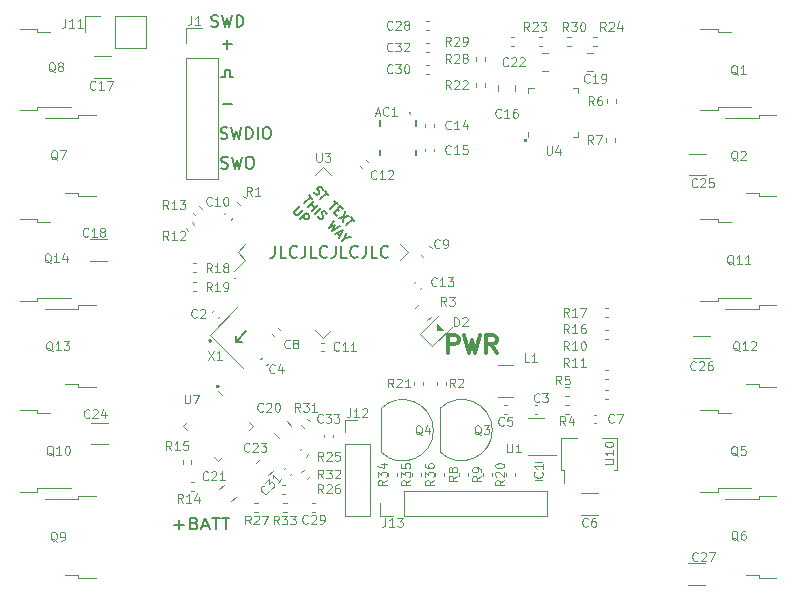
<source format=gbr>
%TF.GenerationSoftware,KiCad,Pcbnew,(6.0.5)*%
%TF.CreationDate,2023-08-08T13:01:53+01:00*%
%TF.ProjectId,Melty,4d656c74-792e-46b6-9963-61645f706362,rev?*%
%TF.SameCoordinates,Original*%
%TF.FileFunction,Legend,Top*%
%TF.FilePolarity,Positive*%
%FSLAX46Y46*%
G04 Gerber Fmt 4.6, Leading zero omitted, Abs format (unit mm)*
G04 Created by KiCad (PCBNEW (6.0.5)) date 2023-08-08 13:01:53*
%MOMM*%
%LPD*%
G01*
G04 APERTURE LIST*
%ADD10C,0.150000*%
%ADD11C,0.300000*%
%ADD12C,0.100000*%
%ADD13C,0.130000*%
%ADD14C,0.160000*%
%ADD15C,0.125000*%
%ADD16C,0.120000*%
%ADD17C,0.200000*%
G04 APERTURE END LIST*
D10*
X91337500Y-51825000D02*
X91337500Y-51300000D01*
X91337500Y-51300000D02*
X91750000Y-51300000D01*
D11*
X90750001Y-78050000D02*
G75*
G03*
X90750001Y-78050000I-1J0D01*
G01*
D10*
X93150000Y-73350000D02*
X92300000Y-74250000D01*
D12*
G36*
X109800000Y-73250000D02*
G01*
X109300000Y-73250000D01*
X109300000Y-72750000D01*
X109800000Y-73250000D01*
G37*
X109800000Y-73250000D02*
X109300000Y-73250000D01*
X109300000Y-72750000D01*
X109800000Y-73250000D01*
D10*
X91750000Y-51825000D02*
X92050000Y-51825000D01*
D11*
X116800001Y-57250000D02*
G75*
G03*
X116800001Y-57250000I-1J0D01*
G01*
D10*
X91750000Y-51300000D02*
X91750000Y-51825000D01*
D11*
X90100001Y-74200000D02*
G75*
G03*
X90100001Y-74200000I-1J0D01*
G01*
D10*
X92300000Y-74250000D02*
X92800000Y-74250000D01*
X92300000Y-74250000D02*
X92300000Y-73750000D01*
X92202000Y-68884800D02*
G75*
G03*
X92202000Y-68884800I-25400J0D01*
G01*
X91050000Y-51825000D02*
X91337500Y-51825000D01*
D13*
X98849939Y-61571592D02*
X98900446Y-61672607D01*
X99026716Y-61798876D01*
X99102477Y-61824130D01*
X99152985Y-61824130D01*
X99228746Y-61798876D01*
X99279254Y-61748368D01*
X99304508Y-61672607D01*
X99304508Y-61622099D01*
X99279254Y-61546338D01*
X99203492Y-61420069D01*
X99178238Y-61344307D01*
X99178238Y-61293800D01*
X99203492Y-61218038D01*
X99254000Y-61167531D01*
X99329761Y-61142277D01*
X99380269Y-61142277D01*
X99456030Y-61167531D01*
X99582299Y-61293800D01*
X99632807Y-61394815D01*
X99809584Y-61521084D02*
X100112630Y-61824130D01*
X99430777Y-62202937D02*
X99961107Y-61672607D01*
X100617706Y-62329206D02*
X100920752Y-62632252D01*
X100238899Y-63011059D02*
X100769229Y-62480729D01*
X100844990Y-63061567D02*
X101021767Y-63238343D01*
X100819736Y-63591897D02*
X100567198Y-63339359D01*
X101097528Y-62809029D01*
X101350066Y-63061567D01*
X101526843Y-63238343D02*
X101350066Y-64122227D01*
X101880396Y-63591897D02*
X100996513Y-63768673D01*
X102006666Y-63718166D02*
X102309711Y-64021212D01*
X101627858Y-64400019D02*
X102158188Y-63869689D01*
X98450677Y-61869839D02*
X98753722Y-62172885D01*
X98071869Y-62551692D02*
X98602199Y-62021362D01*
X98400169Y-62879991D02*
X98930499Y-62349661D01*
X98677961Y-62602199D02*
X98981007Y-62905245D01*
X98703215Y-63183037D02*
X99233545Y-62652707D01*
X98955753Y-63435575D02*
X99486083Y-62905245D01*
X99208291Y-63637606D02*
X99258799Y-63738621D01*
X99385068Y-63864890D01*
X99460829Y-63890144D01*
X99511337Y-63890144D01*
X99587098Y-63864890D01*
X99637606Y-63814382D01*
X99662860Y-63738621D01*
X99662860Y-63688113D01*
X99637606Y-63612352D01*
X99561844Y-63486083D01*
X99536590Y-63410321D01*
X99536590Y-63359814D01*
X99561844Y-63284052D01*
X99612352Y-63233545D01*
X99688113Y-63208291D01*
X99738621Y-63208291D01*
X99814382Y-63233545D01*
X99940652Y-63359814D01*
X99991159Y-63460829D01*
X100597251Y-64016413D02*
X100193190Y-64673012D01*
X100673012Y-64395220D01*
X100395220Y-64875043D01*
X101051819Y-64470982D01*
X100849789Y-65026565D02*
X101102327Y-65279104D01*
X100647758Y-65127581D02*
X101354865Y-64774027D01*
X101001312Y-65481134D01*
X101531642Y-65506388D02*
X101279104Y-65758926D01*
X101632657Y-65051819D02*
X101531642Y-65506388D01*
X101986210Y-65405373D01*
X97672607Y-62799431D02*
X97243292Y-63228746D01*
X97218038Y-63304508D01*
X97218038Y-63355015D01*
X97243292Y-63430777D01*
X97344307Y-63531792D01*
X97420069Y-63557046D01*
X97470576Y-63557046D01*
X97546338Y-63531792D01*
X97975653Y-63102477D01*
X97697861Y-63885345D02*
X98228191Y-63355015D01*
X98430221Y-63557046D01*
X98455475Y-63632807D01*
X98455475Y-63683315D01*
X98430221Y-63759076D01*
X98354460Y-63834838D01*
X98278698Y-63860091D01*
X98228191Y-63860091D01*
X98152429Y-63834838D01*
X97950399Y-63632807D01*
D10*
X90192857Y-47554761D02*
X90335714Y-47602380D01*
X90573809Y-47602380D01*
X90669047Y-47554761D01*
X90716666Y-47507142D01*
X90764285Y-47411904D01*
X90764285Y-47316666D01*
X90716666Y-47221428D01*
X90669047Y-47173809D01*
X90573809Y-47126190D01*
X90383333Y-47078571D01*
X90288095Y-47030952D01*
X90240476Y-46983333D01*
X90192857Y-46888095D01*
X90192857Y-46792857D01*
X90240476Y-46697619D01*
X90288095Y-46650000D01*
X90383333Y-46602380D01*
X90621428Y-46602380D01*
X90764285Y-46650000D01*
X91097619Y-46602380D02*
X91335714Y-47602380D01*
X91526190Y-46888095D01*
X91716666Y-47602380D01*
X91954761Y-46602380D01*
X92335714Y-47602380D02*
X92335714Y-46602380D01*
X92573809Y-46602380D01*
X92716666Y-46650000D01*
X92811904Y-46745238D01*
X92859523Y-46840476D01*
X92907142Y-47030952D01*
X92907142Y-47173809D01*
X92859523Y-47364285D01*
X92811904Y-47459523D01*
X92716666Y-47554761D01*
X92573809Y-47602380D01*
X92335714Y-47602380D01*
X87021428Y-89771428D02*
X87859523Y-89771428D01*
X87440476Y-90152380D02*
X87440476Y-89390476D01*
X88750000Y-89628571D02*
X88907142Y-89676190D01*
X88959523Y-89723809D01*
X89011904Y-89819047D01*
X89011904Y-89961904D01*
X88959523Y-90057142D01*
X88907142Y-90104761D01*
X88802380Y-90152380D01*
X88383333Y-90152380D01*
X88383333Y-89152380D01*
X88750000Y-89152380D01*
X88854761Y-89200000D01*
X88907142Y-89247619D01*
X88959523Y-89342857D01*
X88959523Y-89438095D01*
X88907142Y-89533333D01*
X88854761Y-89580952D01*
X88750000Y-89628571D01*
X88383333Y-89628571D01*
X89430952Y-89866666D02*
X89954761Y-89866666D01*
X89326190Y-90152380D02*
X89692857Y-89152380D01*
X90059523Y-90152380D01*
X90269047Y-89152380D02*
X90897619Y-89152380D01*
X90583333Y-90152380D02*
X90583333Y-89152380D01*
X91107142Y-89152380D02*
X91735714Y-89152380D01*
X91421428Y-90152380D02*
X91421428Y-89152380D01*
D11*
X110275000Y-75203571D02*
X110275000Y-73703571D01*
X110846428Y-73703571D01*
X110989285Y-73775000D01*
X111060714Y-73846428D01*
X111132142Y-73989285D01*
X111132142Y-74203571D01*
X111060714Y-74346428D01*
X110989285Y-74417857D01*
X110846428Y-74489285D01*
X110275000Y-74489285D01*
X111632142Y-73703571D02*
X111989285Y-75203571D01*
X112275000Y-74132142D01*
X112560714Y-75203571D01*
X112917857Y-73703571D01*
X114346428Y-75203571D02*
X113846428Y-74489285D01*
X113489285Y-75203571D02*
X113489285Y-73703571D01*
X114060714Y-73703571D01*
X114203571Y-73775000D01*
X114275000Y-73846428D01*
X114346428Y-73989285D01*
X114346428Y-74203571D01*
X114275000Y-74346428D01*
X114203571Y-74417857D01*
X114060714Y-74489285D01*
X113489285Y-74489285D01*
D10*
X91019047Y-59554761D02*
X91161904Y-59602380D01*
X91400000Y-59602380D01*
X91495238Y-59554761D01*
X91542857Y-59507142D01*
X91590476Y-59411904D01*
X91590476Y-59316666D01*
X91542857Y-59221428D01*
X91495238Y-59173809D01*
X91400000Y-59126190D01*
X91209523Y-59078571D01*
X91114285Y-59030952D01*
X91066666Y-58983333D01*
X91019047Y-58888095D01*
X91019047Y-58792857D01*
X91066666Y-58697619D01*
X91114285Y-58650000D01*
X91209523Y-58602380D01*
X91447619Y-58602380D01*
X91590476Y-58650000D01*
X91923809Y-58602380D02*
X92161904Y-59602380D01*
X92352380Y-58888095D01*
X92542857Y-59602380D01*
X92780952Y-58602380D01*
X93352380Y-58602380D02*
X93542857Y-58602380D01*
X93638095Y-58650000D01*
X93733333Y-58745238D01*
X93780952Y-58935714D01*
X93780952Y-59269047D01*
X93733333Y-59459523D01*
X93638095Y-59554761D01*
X93542857Y-59602380D01*
X93352380Y-59602380D01*
X93257142Y-59554761D01*
X93161904Y-59459523D01*
X93114285Y-59269047D01*
X93114285Y-58935714D01*
X93161904Y-58745238D01*
X93257142Y-58650000D01*
X93352380Y-58602380D01*
D14*
X95580952Y-66152380D02*
X95580952Y-66866666D01*
X95533333Y-67009523D01*
X95438095Y-67104761D01*
X95295238Y-67152380D01*
X95200000Y-67152380D01*
X96533333Y-67152380D02*
X96057142Y-67152380D01*
X96057142Y-66152380D01*
X97438095Y-67057142D02*
X97390476Y-67104761D01*
X97247619Y-67152380D01*
X97152380Y-67152380D01*
X97009523Y-67104761D01*
X96914285Y-67009523D01*
X96866666Y-66914285D01*
X96819047Y-66723809D01*
X96819047Y-66580952D01*
X96866666Y-66390476D01*
X96914285Y-66295238D01*
X97009523Y-66200000D01*
X97152380Y-66152380D01*
X97247619Y-66152380D01*
X97390476Y-66200000D01*
X97438095Y-66247619D01*
X98152380Y-66152380D02*
X98152380Y-66866666D01*
X98104761Y-67009523D01*
X98009523Y-67104761D01*
X97866666Y-67152380D01*
X97771428Y-67152380D01*
X99104761Y-67152380D02*
X98628571Y-67152380D01*
X98628571Y-66152380D01*
X100009523Y-67057142D02*
X99961904Y-67104761D01*
X99819047Y-67152380D01*
X99723809Y-67152380D01*
X99580952Y-67104761D01*
X99485714Y-67009523D01*
X99438095Y-66914285D01*
X99390476Y-66723809D01*
X99390476Y-66580952D01*
X99438095Y-66390476D01*
X99485714Y-66295238D01*
X99580952Y-66200000D01*
X99723809Y-66152380D01*
X99819047Y-66152380D01*
X99961904Y-66200000D01*
X100009523Y-66247619D01*
X100723809Y-66152380D02*
X100723809Y-66866666D01*
X100676190Y-67009523D01*
X100580952Y-67104761D01*
X100438095Y-67152380D01*
X100342857Y-67152380D01*
X101676190Y-67152380D02*
X101200000Y-67152380D01*
X101200000Y-66152380D01*
X102580952Y-67057142D02*
X102533333Y-67104761D01*
X102390476Y-67152380D01*
X102295238Y-67152380D01*
X102152380Y-67104761D01*
X102057142Y-67009523D01*
X102009523Y-66914285D01*
X101961904Y-66723809D01*
X101961904Y-66580952D01*
X102009523Y-66390476D01*
X102057142Y-66295238D01*
X102152380Y-66200000D01*
X102295238Y-66152380D01*
X102390476Y-66152380D01*
X102533333Y-66200000D01*
X102580952Y-66247619D01*
X103295238Y-66152380D02*
X103295238Y-66866666D01*
X103247619Y-67009523D01*
X103152380Y-67104761D01*
X103009523Y-67152380D01*
X102914285Y-67152380D01*
X104247619Y-67152380D02*
X103771428Y-67152380D01*
X103771428Y-66152380D01*
X105152380Y-67057142D02*
X105104761Y-67104761D01*
X104961904Y-67152380D01*
X104866666Y-67152380D01*
X104723809Y-67104761D01*
X104628571Y-67009523D01*
X104580952Y-66914285D01*
X104533333Y-66723809D01*
X104533333Y-66580952D01*
X104580952Y-66390476D01*
X104628571Y-66295238D01*
X104723809Y-66200000D01*
X104866666Y-66152380D01*
X104961904Y-66152380D01*
X105104761Y-66200000D01*
X105152380Y-66247619D01*
D10*
X91169047Y-49071428D02*
X91930952Y-49071428D01*
X91550000Y-49452380D02*
X91550000Y-48690476D01*
X90980952Y-57054761D02*
X91123809Y-57102380D01*
X91361904Y-57102380D01*
X91457142Y-57054761D01*
X91504761Y-57007142D01*
X91552380Y-56911904D01*
X91552380Y-56816666D01*
X91504761Y-56721428D01*
X91457142Y-56673809D01*
X91361904Y-56626190D01*
X91171428Y-56578571D01*
X91076190Y-56530952D01*
X91028571Y-56483333D01*
X90980952Y-56388095D01*
X90980952Y-56292857D01*
X91028571Y-56197619D01*
X91076190Y-56150000D01*
X91171428Y-56102380D01*
X91409523Y-56102380D01*
X91552380Y-56150000D01*
X91885714Y-56102380D02*
X92123809Y-57102380D01*
X92314285Y-56388095D01*
X92504761Y-57102380D01*
X92742857Y-56102380D01*
X93123809Y-57102380D02*
X93123809Y-56102380D01*
X93361904Y-56102380D01*
X93504761Y-56150000D01*
X93600000Y-56245238D01*
X93647619Y-56340476D01*
X93695238Y-56530952D01*
X93695238Y-56673809D01*
X93647619Y-56864285D01*
X93600000Y-56959523D01*
X93504761Y-57054761D01*
X93361904Y-57102380D01*
X93123809Y-57102380D01*
X94123809Y-57102380D02*
X94123809Y-56102380D01*
X94790476Y-56102380D02*
X94980952Y-56102380D01*
X95076190Y-56150000D01*
X95171428Y-56245238D01*
X95219047Y-56435714D01*
X95219047Y-56769047D01*
X95171428Y-56959523D01*
X95076190Y-57054761D01*
X94980952Y-57102380D01*
X94790476Y-57102380D01*
X94695238Y-57054761D01*
X94600000Y-56959523D01*
X94552380Y-56769047D01*
X94552380Y-56435714D01*
X94600000Y-56245238D01*
X94695238Y-56150000D01*
X94790476Y-56102380D01*
X91169047Y-54171428D02*
X91930952Y-54171428D01*
D15*
%TO.C,C16*%
X114717857Y-55217857D02*
X114682142Y-55253571D01*
X114575000Y-55289285D01*
X114503571Y-55289285D01*
X114396428Y-55253571D01*
X114325000Y-55182142D01*
X114289285Y-55110714D01*
X114253571Y-54967857D01*
X114253571Y-54860714D01*
X114289285Y-54717857D01*
X114325000Y-54646428D01*
X114396428Y-54575000D01*
X114503571Y-54539285D01*
X114575000Y-54539285D01*
X114682142Y-54575000D01*
X114717857Y-54610714D01*
X115432142Y-55289285D02*
X115003571Y-55289285D01*
X115217857Y-55289285D02*
X115217857Y-54539285D01*
X115146428Y-54646428D01*
X115075000Y-54717857D01*
X115003571Y-54753571D01*
X116075000Y-54539285D02*
X115932142Y-54539285D01*
X115860714Y-54575000D01*
X115825000Y-54610714D01*
X115753571Y-54717857D01*
X115717857Y-54860714D01*
X115717857Y-55146428D01*
X115753571Y-55217857D01*
X115789285Y-55253571D01*
X115860714Y-55289285D01*
X116003571Y-55289285D01*
X116075000Y-55253571D01*
X116110714Y-55217857D01*
X116146428Y-55146428D01*
X116146428Y-54967857D01*
X116110714Y-54896428D01*
X116075000Y-54860714D01*
X116003571Y-54825000D01*
X115860714Y-54825000D01*
X115789285Y-54860714D01*
X115753571Y-54896428D01*
X115717857Y-54967857D01*
%TO.C,R23*%
X117119857Y-47938885D02*
X116869857Y-47581742D01*
X116691285Y-47938885D02*
X116691285Y-47188885D01*
X116977000Y-47188885D01*
X117048428Y-47224600D01*
X117084142Y-47260314D01*
X117119857Y-47331742D01*
X117119857Y-47438885D01*
X117084142Y-47510314D01*
X117048428Y-47546028D01*
X116977000Y-47581742D01*
X116691285Y-47581742D01*
X117405571Y-47260314D02*
X117441285Y-47224600D01*
X117512714Y-47188885D01*
X117691285Y-47188885D01*
X117762714Y-47224600D01*
X117798428Y-47260314D01*
X117834142Y-47331742D01*
X117834142Y-47403171D01*
X117798428Y-47510314D01*
X117369857Y-47938885D01*
X117834142Y-47938885D01*
X118084142Y-47188885D02*
X118548428Y-47188885D01*
X118298428Y-47474600D01*
X118405571Y-47474600D01*
X118477000Y-47510314D01*
X118512714Y-47546028D01*
X118548428Y-47617457D01*
X118548428Y-47796028D01*
X118512714Y-47867457D01*
X118477000Y-47903171D01*
X118405571Y-47938885D01*
X118191285Y-47938885D01*
X118119857Y-47903171D01*
X118084142Y-47867457D01*
%TO.C,D2*%
X110746428Y-72964285D02*
X110746428Y-72214285D01*
X110925000Y-72214285D01*
X111032142Y-72250000D01*
X111103571Y-72321428D01*
X111139285Y-72392857D01*
X111175000Y-72535714D01*
X111175000Y-72642857D01*
X111139285Y-72785714D01*
X111103571Y-72857142D01*
X111032142Y-72928571D01*
X110925000Y-72964285D01*
X110746428Y-72964285D01*
X111460714Y-72285714D02*
X111496428Y-72250000D01*
X111567857Y-72214285D01*
X111746428Y-72214285D01*
X111817857Y-72250000D01*
X111853571Y-72285714D01*
X111889285Y-72357142D01*
X111889285Y-72428571D01*
X111853571Y-72535714D01*
X111425000Y-72964285D01*
X111889285Y-72964285D01*
%TO.C,R25*%
X99667857Y-84339285D02*
X99417857Y-83982142D01*
X99239285Y-84339285D02*
X99239285Y-83589285D01*
X99525000Y-83589285D01*
X99596428Y-83625000D01*
X99632142Y-83660714D01*
X99667857Y-83732142D01*
X99667857Y-83839285D01*
X99632142Y-83910714D01*
X99596428Y-83946428D01*
X99525000Y-83982142D01*
X99239285Y-83982142D01*
X99953571Y-83660714D02*
X99989285Y-83625000D01*
X100060714Y-83589285D01*
X100239285Y-83589285D01*
X100310714Y-83625000D01*
X100346428Y-83660714D01*
X100382142Y-83732142D01*
X100382142Y-83803571D01*
X100346428Y-83910714D01*
X99917857Y-84339285D01*
X100382142Y-84339285D01*
X101060714Y-83589285D02*
X100703571Y-83589285D01*
X100667857Y-83946428D01*
X100703571Y-83910714D01*
X100775000Y-83875000D01*
X100953571Y-83875000D01*
X101025000Y-83910714D01*
X101060714Y-83946428D01*
X101096428Y-84017857D01*
X101096428Y-84196428D01*
X101060714Y-84267857D01*
X101025000Y-84303571D01*
X100953571Y-84339285D01*
X100775000Y-84339285D01*
X100703571Y-84303571D01*
X100667857Y-84267857D01*
%TO.C,R19*%
X90217857Y-69989285D02*
X89967857Y-69632142D01*
X89789285Y-69989285D02*
X89789285Y-69239285D01*
X90075000Y-69239285D01*
X90146428Y-69275000D01*
X90182142Y-69310714D01*
X90217857Y-69382142D01*
X90217857Y-69489285D01*
X90182142Y-69560714D01*
X90146428Y-69596428D01*
X90075000Y-69632142D01*
X89789285Y-69632142D01*
X90932142Y-69989285D02*
X90503571Y-69989285D01*
X90717857Y-69989285D02*
X90717857Y-69239285D01*
X90646428Y-69346428D01*
X90575000Y-69417857D01*
X90503571Y-69453571D01*
X91289285Y-69989285D02*
X91432142Y-69989285D01*
X91503571Y-69953571D01*
X91539285Y-69917857D01*
X91610714Y-69810714D01*
X91646428Y-69667857D01*
X91646428Y-69382142D01*
X91610714Y-69310714D01*
X91575000Y-69275000D01*
X91503571Y-69239285D01*
X91360714Y-69239285D01*
X91289285Y-69275000D01*
X91253571Y-69310714D01*
X91217857Y-69382142D01*
X91217857Y-69560714D01*
X91253571Y-69632142D01*
X91289285Y-69667857D01*
X91360714Y-69703571D01*
X91503571Y-69703571D01*
X91575000Y-69667857D01*
X91610714Y-69632142D01*
X91646428Y-69560714D01*
%TO.C,C20*%
X94567856Y-80117857D02*
X94532141Y-80153571D01*
X94424999Y-80189285D01*
X94353570Y-80189285D01*
X94246427Y-80153571D01*
X94174999Y-80082142D01*
X94139284Y-80010714D01*
X94103570Y-79867857D01*
X94103570Y-79760714D01*
X94139284Y-79617857D01*
X94174999Y-79546428D01*
X94246427Y-79475000D01*
X94353570Y-79439285D01*
X94424999Y-79439285D01*
X94532141Y-79475000D01*
X94567856Y-79510714D01*
X94853570Y-79510714D02*
X94889284Y-79475000D01*
X94960713Y-79439285D01*
X95139284Y-79439285D01*
X95210713Y-79475000D01*
X95246427Y-79510714D01*
X95282141Y-79582142D01*
X95282141Y-79653571D01*
X95246427Y-79760714D01*
X94817856Y-80189285D01*
X95282141Y-80189285D01*
X95746427Y-79439285D02*
X95817856Y-79439285D01*
X95889284Y-79475000D01*
X95924999Y-79510714D01*
X95960713Y-79582142D01*
X95996427Y-79725000D01*
X95996427Y-79903571D01*
X95960713Y-80046428D01*
X95924999Y-80117857D01*
X95889284Y-80153571D01*
X95817856Y-80189285D01*
X95746427Y-80189285D01*
X95674999Y-80153571D01*
X95639284Y-80117857D01*
X95603570Y-80046428D01*
X95567856Y-79903571D01*
X95567856Y-79725000D01*
X95603570Y-79582142D01*
X95639284Y-79510714D01*
X95674999Y-79475000D01*
X95746427Y-79439285D01*
%TO.C,R17*%
X120467857Y-72139285D02*
X120217857Y-71782142D01*
X120039285Y-72139285D02*
X120039285Y-71389285D01*
X120325000Y-71389285D01*
X120396428Y-71425000D01*
X120432142Y-71460714D01*
X120467857Y-71532142D01*
X120467857Y-71639285D01*
X120432142Y-71710714D01*
X120396428Y-71746428D01*
X120325000Y-71782142D01*
X120039285Y-71782142D01*
X121182142Y-72139285D02*
X120753571Y-72139285D01*
X120967857Y-72139285D02*
X120967857Y-71389285D01*
X120896428Y-71496428D01*
X120825000Y-71567857D01*
X120753571Y-71603571D01*
X121432142Y-71389285D02*
X121932142Y-71389285D01*
X121610714Y-72139285D01*
%TO.C,C22*%
X115317857Y-50867857D02*
X115282142Y-50903571D01*
X115175000Y-50939285D01*
X115103571Y-50939285D01*
X114996428Y-50903571D01*
X114925000Y-50832142D01*
X114889285Y-50760714D01*
X114853571Y-50617857D01*
X114853571Y-50510714D01*
X114889285Y-50367857D01*
X114925000Y-50296428D01*
X114996428Y-50225000D01*
X115103571Y-50189285D01*
X115175000Y-50189285D01*
X115282142Y-50225000D01*
X115317857Y-50260714D01*
X115603571Y-50260714D02*
X115639285Y-50225000D01*
X115710714Y-50189285D01*
X115889285Y-50189285D01*
X115960714Y-50225000D01*
X115996428Y-50260714D01*
X116032142Y-50332142D01*
X116032142Y-50403571D01*
X115996428Y-50510714D01*
X115567857Y-50939285D01*
X116032142Y-50939285D01*
X116317857Y-50260714D02*
X116353571Y-50225000D01*
X116425000Y-50189285D01*
X116603571Y-50189285D01*
X116675000Y-50225000D01*
X116710714Y-50260714D01*
X116746428Y-50332142D01*
X116746428Y-50403571D01*
X116710714Y-50510714D01*
X116282142Y-50939285D01*
X116746428Y-50939285D01*
%TO.C,Q1*%
X134751771Y-51667914D02*
X134680342Y-51632200D01*
X134608914Y-51560771D01*
X134501771Y-51453628D01*
X134430342Y-51417914D01*
X134358914Y-51417914D01*
X134394628Y-51596485D02*
X134323200Y-51560771D01*
X134251771Y-51489342D01*
X134216057Y-51346485D01*
X134216057Y-51096485D01*
X134251771Y-50953628D01*
X134323200Y-50882200D01*
X134394628Y-50846485D01*
X134537485Y-50846485D01*
X134608914Y-50882200D01*
X134680342Y-50953628D01*
X134716057Y-51096485D01*
X134716057Y-51346485D01*
X134680342Y-51489342D01*
X134608914Y-51560771D01*
X134537485Y-51596485D01*
X134394628Y-51596485D01*
X135430342Y-51596485D02*
X135001771Y-51596485D01*
X135216057Y-51596485D02*
X135216057Y-50846485D01*
X135144628Y-50953628D01*
X135073200Y-51025057D01*
X135001771Y-51060771D01*
%TO.C,C29*%
X98367857Y-89617857D02*
X98332142Y-89653571D01*
X98225000Y-89689285D01*
X98153571Y-89689285D01*
X98046428Y-89653571D01*
X97975000Y-89582142D01*
X97939285Y-89510714D01*
X97903571Y-89367857D01*
X97903571Y-89260714D01*
X97939285Y-89117857D01*
X97975000Y-89046428D01*
X98046428Y-88975000D01*
X98153571Y-88939285D01*
X98225000Y-88939285D01*
X98332142Y-88975000D01*
X98367857Y-89010714D01*
X98653571Y-89010714D02*
X98689285Y-88975000D01*
X98760714Y-88939285D01*
X98939285Y-88939285D01*
X99010714Y-88975000D01*
X99046428Y-89010714D01*
X99082142Y-89082142D01*
X99082142Y-89153571D01*
X99046428Y-89260714D01*
X98617857Y-89689285D01*
X99082142Y-89689285D01*
X99439285Y-89689285D02*
X99582142Y-89689285D01*
X99653571Y-89653571D01*
X99689285Y-89617857D01*
X99760714Y-89510714D01*
X99796428Y-89367857D01*
X99796428Y-89082142D01*
X99760714Y-89010714D01*
X99725000Y-88975000D01*
X99653571Y-88939285D01*
X99510714Y-88939285D01*
X99439285Y-88975000D01*
X99403571Y-89010714D01*
X99367857Y-89082142D01*
X99367857Y-89260714D01*
X99403571Y-89332142D01*
X99439285Y-89367857D01*
X99510714Y-89403571D01*
X99653571Y-89403571D01*
X99725000Y-89367857D01*
X99760714Y-89332142D01*
X99796428Y-89260714D01*
%TO.C,R34*%
X105039285Y-85982142D02*
X104682142Y-86232142D01*
X105039285Y-86410714D02*
X104289285Y-86410714D01*
X104289285Y-86125000D01*
X104325000Y-86053571D01*
X104360714Y-86017857D01*
X104432142Y-85982142D01*
X104539285Y-85982142D01*
X104610714Y-86017857D01*
X104646428Y-86053571D01*
X104682142Y-86125000D01*
X104682142Y-86410714D01*
X104289285Y-85732142D02*
X104289285Y-85267857D01*
X104575000Y-85517857D01*
X104575000Y-85410714D01*
X104610714Y-85339285D01*
X104646428Y-85303571D01*
X104717857Y-85267857D01*
X104896428Y-85267857D01*
X104967857Y-85303571D01*
X105003571Y-85339285D01*
X105039285Y-85410714D01*
X105039285Y-85625000D01*
X105003571Y-85696428D01*
X104967857Y-85732142D01*
X104539285Y-84625000D02*
X105039285Y-84625000D01*
X104253571Y-84803571D02*
X104789285Y-84982142D01*
X104789285Y-84517857D01*
%TO.C,R13*%
X86567857Y-63039285D02*
X86317857Y-62682142D01*
X86139285Y-63039285D02*
X86139285Y-62289285D01*
X86425000Y-62289285D01*
X86496428Y-62325000D01*
X86532142Y-62360714D01*
X86567857Y-62432142D01*
X86567857Y-62539285D01*
X86532142Y-62610714D01*
X86496428Y-62646428D01*
X86425000Y-62682142D01*
X86139285Y-62682142D01*
X87282142Y-63039285D02*
X86853571Y-63039285D01*
X87067857Y-63039285D02*
X87067857Y-62289285D01*
X86996428Y-62396428D01*
X86925000Y-62467857D01*
X86853571Y-62503571D01*
X87532142Y-62289285D02*
X87996428Y-62289285D01*
X87746428Y-62575000D01*
X87853571Y-62575000D01*
X87925000Y-62610714D01*
X87960714Y-62646428D01*
X87996428Y-62717857D01*
X87996428Y-62896428D01*
X87960714Y-62967857D01*
X87925000Y-63003571D01*
X87853571Y-63039285D01*
X87639285Y-63039285D01*
X87567857Y-63003571D01*
X87532142Y-62967857D01*
%TO.C,C3*%
X117975000Y-79317857D02*
X117939285Y-79353571D01*
X117832142Y-79389285D01*
X117760714Y-79389285D01*
X117653571Y-79353571D01*
X117582142Y-79282142D01*
X117546428Y-79210714D01*
X117510714Y-79067857D01*
X117510714Y-78960714D01*
X117546428Y-78817857D01*
X117582142Y-78746428D01*
X117653571Y-78675000D01*
X117760714Y-78639285D01*
X117832142Y-78639285D01*
X117939285Y-78675000D01*
X117975000Y-78710714D01*
X118225000Y-78639285D02*
X118689285Y-78639285D01*
X118439285Y-78925000D01*
X118546428Y-78925000D01*
X118617857Y-78960714D01*
X118653571Y-78996428D01*
X118689285Y-79067857D01*
X118689285Y-79246428D01*
X118653571Y-79317857D01*
X118617857Y-79353571D01*
X118546428Y-79389285D01*
X118332142Y-79389285D01*
X118260714Y-79353571D01*
X118225000Y-79317857D01*
%TO.C,R6*%
X122575000Y-54239285D02*
X122325000Y-53882142D01*
X122146428Y-54239285D02*
X122146428Y-53489285D01*
X122432142Y-53489285D01*
X122503571Y-53525000D01*
X122539285Y-53560714D01*
X122575000Y-53632142D01*
X122575000Y-53739285D01*
X122539285Y-53810714D01*
X122503571Y-53846428D01*
X122432142Y-53882142D01*
X122146428Y-53882142D01*
X123217857Y-53489285D02*
X123075000Y-53489285D01*
X123003571Y-53525000D01*
X122967857Y-53560714D01*
X122896428Y-53667857D01*
X122860714Y-53810714D01*
X122860714Y-54096428D01*
X122896428Y-54167857D01*
X122932142Y-54203571D01*
X123003571Y-54239285D01*
X123146428Y-54239285D01*
X123217857Y-54203571D01*
X123253571Y-54167857D01*
X123289285Y-54096428D01*
X123289285Y-53917857D01*
X123253571Y-53846428D01*
X123217857Y-53810714D01*
X123146428Y-53775000D01*
X123003571Y-53775000D01*
X122932142Y-53810714D01*
X122896428Y-53846428D01*
X122860714Y-53917857D01*
%TO.C,C21*%
X89917857Y-85917857D02*
X89882142Y-85953571D01*
X89775000Y-85989285D01*
X89703571Y-85989285D01*
X89596428Y-85953571D01*
X89525000Y-85882142D01*
X89489285Y-85810714D01*
X89453571Y-85667857D01*
X89453571Y-85560714D01*
X89489285Y-85417857D01*
X89525000Y-85346428D01*
X89596428Y-85275000D01*
X89703571Y-85239285D01*
X89775000Y-85239285D01*
X89882142Y-85275000D01*
X89917857Y-85310714D01*
X90203571Y-85310714D02*
X90239285Y-85275000D01*
X90310714Y-85239285D01*
X90489285Y-85239285D01*
X90560714Y-85275000D01*
X90596428Y-85310714D01*
X90632142Y-85382142D01*
X90632142Y-85453571D01*
X90596428Y-85560714D01*
X90167857Y-85989285D01*
X90632142Y-85989285D01*
X91346428Y-85989285D02*
X90917857Y-85989285D01*
X91132142Y-85989285D02*
X91132142Y-85239285D01*
X91060714Y-85346428D01*
X90989285Y-85417857D01*
X90917857Y-85453571D01*
%TO.C,R30*%
X120421857Y-47964285D02*
X120171857Y-47607142D01*
X119993285Y-47964285D02*
X119993285Y-47214285D01*
X120279000Y-47214285D01*
X120350428Y-47250000D01*
X120386142Y-47285714D01*
X120421857Y-47357142D01*
X120421857Y-47464285D01*
X120386142Y-47535714D01*
X120350428Y-47571428D01*
X120279000Y-47607142D01*
X119993285Y-47607142D01*
X120671857Y-47214285D02*
X121136142Y-47214285D01*
X120886142Y-47500000D01*
X120993285Y-47500000D01*
X121064714Y-47535714D01*
X121100428Y-47571428D01*
X121136142Y-47642857D01*
X121136142Y-47821428D01*
X121100428Y-47892857D01*
X121064714Y-47928571D01*
X120993285Y-47964285D01*
X120779000Y-47964285D01*
X120707571Y-47928571D01*
X120671857Y-47892857D01*
X121600428Y-47214285D02*
X121671857Y-47214285D01*
X121743285Y-47250000D01*
X121779000Y-47285714D01*
X121814714Y-47357142D01*
X121850428Y-47500000D01*
X121850428Y-47678571D01*
X121814714Y-47821428D01*
X121779000Y-47892857D01*
X121743285Y-47928571D01*
X121671857Y-47964285D01*
X121600428Y-47964285D01*
X121529000Y-47928571D01*
X121493285Y-47892857D01*
X121457571Y-47821428D01*
X121421857Y-47678571D01*
X121421857Y-47500000D01*
X121457571Y-47357142D01*
X121493285Y-47285714D01*
X121529000Y-47250000D01*
X121600428Y-47214285D01*
%TO.C,J13*%
X104942857Y-89189285D02*
X104942857Y-89725000D01*
X104907142Y-89832142D01*
X104835714Y-89903571D01*
X104728571Y-89939285D01*
X104657142Y-89939285D01*
X105692857Y-89939285D02*
X105264285Y-89939285D01*
X105478571Y-89939285D02*
X105478571Y-89189285D01*
X105407142Y-89296428D01*
X105335714Y-89367857D01*
X105264285Y-89403571D01*
X105942857Y-89189285D02*
X106407142Y-89189285D01*
X106157142Y-89475000D01*
X106264285Y-89475000D01*
X106335714Y-89510714D01*
X106371428Y-89546428D01*
X106407142Y-89617857D01*
X106407142Y-89796428D01*
X106371428Y-89867857D01*
X106335714Y-89903571D01*
X106264285Y-89939285D01*
X106050000Y-89939285D01*
X105978571Y-89903571D01*
X105942857Y-89867857D01*
%TO.C,C5*%
X114975000Y-81317857D02*
X114939285Y-81353571D01*
X114832142Y-81389285D01*
X114760714Y-81389285D01*
X114653571Y-81353571D01*
X114582142Y-81282142D01*
X114546428Y-81210714D01*
X114510714Y-81067857D01*
X114510714Y-80960714D01*
X114546428Y-80817857D01*
X114582142Y-80746428D01*
X114653571Y-80675000D01*
X114760714Y-80639285D01*
X114832142Y-80639285D01*
X114939285Y-80675000D01*
X114975000Y-80710714D01*
X115653571Y-80639285D02*
X115296428Y-80639285D01*
X115260714Y-80996428D01*
X115296428Y-80960714D01*
X115367857Y-80925000D01*
X115546428Y-80925000D01*
X115617857Y-80960714D01*
X115653571Y-80996428D01*
X115689285Y-81067857D01*
X115689285Y-81246428D01*
X115653571Y-81317857D01*
X115617857Y-81353571D01*
X115546428Y-81389285D01*
X115367857Y-81389285D01*
X115296428Y-81353571D01*
X115260714Y-81317857D01*
%TO.C,C9*%
X109525000Y-66267857D02*
X109489285Y-66303571D01*
X109382142Y-66339285D01*
X109310714Y-66339285D01*
X109203571Y-66303571D01*
X109132142Y-66232142D01*
X109096428Y-66160714D01*
X109060714Y-66017857D01*
X109060714Y-65910714D01*
X109096428Y-65767857D01*
X109132142Y-65696428D01*
X109203571Y-65625000D01*
X109310714Y-65589285D01*
X109382142Y-65589285D01*
X109489285Y-65625000D01*
X109525000Y-65660714D01*
X109882142Y-66339285D02*
X110025000Y-66339285D01*
X110096428Y-66303571D01*
X110132142Y-66267857D01*
X110203571Y-66160714D01*
X110239285Y-66017857D01*
X110239285Y-65732142D01*
X110203571Y-65660714D01*
X110167857Y-65625000D01*
X110096428Y-65589285D01*
X109953571Y-65589285D01*
X109882142Y-65625000D01*
X109846428Y-65660714D01*
X109810714Y-65732142D01*
X109810714Y-65910714D01*
X109846428Y-65982142D01*
X109882142Y-66017857D01*
X109953571Y-66053571D01*
X110096428Y-66053571D01*
X110167857Y-66017857D01*
X110203571Y-65982142D01*
X110239285Y-65910714D01*
%TO.C,C31*%
X95048477Y-86880330D02*
X95048477Y-86930837D01*
X94997969Y-87031852D01*
X94947461Y-87082360D01*
X94846446Y-87132868D01*
X94745431Y-87132868D01*
X94669669Y-87107614D01*
X94543400Y-87031852D01*
X94467639Y-86956091D01*
X94391877Y-86829822D01*
X94366624Y-86754061D01*
X94366624Y-86653045D01*
X94417131Y-86552030D01*
X94467639Y-86501522D01*
X94568654Y-86451015D01*
X94619162Y-86451015D01*
X94745431Y-86223730D02*
X95073730Y-85895431D01*
X95098984Y-86274238D01*
X95174746Y-86198477D01*
X95250507Y-86173223D01*
X95301015Y-86173223D01*
X95376776Y-86198477D01*
X95503045Y-86324746D01*
X95528299Y-86400507D01*
X95528299Y-86451015D01*
X95503045Y-86526776D01*
X95351522Y-86678299D01*
X95275761Y-86703553D01*
X95225253Y-86703553D01*
X96109137Y-85920685D02*
X95806091Y-86223730D01*
X95957614Y-86072208D02*
X95427284Y-85541877D01*
X95452538Y-85668147D01*
X95452538Y-85769162D01*
X95427284Y-85844923D01*
%TO.C,R4*%
X120175000Y-81339285D02*
X119925000Y-80982142D01*
X119746428Y-81339285D02*
X119746428Y-80589285D01*
X120032142Y-80589285D01*
X120103571Y-80625000D01*
X120139285Y-80660714D01*
X120175000Y-80732142D01*
X120175000Y-80839285D01*
X120139285Y-80910714D01*
X120103571Y-80946428D01*
X120032142Y-80982142D01*
X119746428Y-80982142D01*
X120817857Y-80839285D02*
X120817857Y-81339285D01*
X120639285Y-80553571D02*
X120460714Y-81089285D01*
X120925000Y-81089285D01*
%TO.C,C19*%
X122217857Y-52267857D02*
X122182142Y-52303571D01*
X122075000Y-52339285D01*
X122003571Y-52339285D01*
X121896428Y-52303571D01*
X121825000Y-52232142D01*
X121789285Y-52160714D01*
X121753571Y-52017857D01*
X121753571Y-51910714D01*
X121789285Y-51767857D01*
X121825000Y-51696428D01*
X121896428Y-51625000D01*
X122003571Y-51589285D01*
X122075000Y-51589285D01*
X122182142Y-51625000D01*
X122217857Y-51660714D01*
X122932142Y-52339285D02*
X122503571Y-52339285D01*
X122717857Y-52339285D02*
X122717857Y-51589285D01*
X122646428Y-51696428D01*
X122575000Y-51767857D01*
X122503571Y-51803571D01*
X123289285Y-52339285D02*
X123432142Y-52339285D01*
X123503571Y-52303571D01*
X123539285Y-52267857D01*
X123610714Y-52160714D01*
X123646428Y-52017857D01*
X123646428Y-51732142D01*
X123610714Y-51660714D01*
X123575000Y-51625000D01*
X123503571Y-51589285D01*
X123360714Y-51589285D01*
X123289285Y-51625000D01*
X123253571Y-51660714D01*
X123217857Y-51732142D01*
X123217857Y-51910714D01*
X123253571Y-51982142D01*
X123289285Y-52017857D01*
X123360714Y-52053571D01*
X123503571Y-52053571D01*
X123575000Y-52017857D01*
X123610714Y-51982142D01*
X123646428Y-51910714D01*
%TO.C,R15*%
X86817857Y-83439285D02*
X86567857Y-83082142D01*
X86389285Y-83439285D02*
X86389285Y-82689285D01*
X86675000Y-82689285D01*
X86746428Y-82725000D01*
X86782142Y-82760714D01*
X86817857Y-82832142D01*
X86817857Y-82939285D01*
X86782142Y-83010714D01*
X86746428Y-83046428D01*
X86675000Y-83082142D01*
X86389285Y-83082142D01*
X87532142Y-83439285D02*
X87103571Y-83439285D01*
X87317857Y-83439285D02*
X87317857Y-82689285D01*
X87246428Y-82796428D01*
X87175000Y-82867857D01*
X87103571Y-82903571D01*
X88210714Y-82689285D02*
X87853571Y-82689285D01*
X87817857Y-83046428D01*
X87853571Y-83010714D01*
X87925000Y-82975000D01*
X88103571Y-82975000D01*
X88175000Y-83010714D01*
X88210714Y-83046428D01*
X88246428Y-83117857D01*
X88246428Y-83296428D01*
X88210714Y-83367857D01*
X88175000Y-83403571D01*
X88103571Y-83439285D01*
X87925000Y-83439285D01*
X87853571Y-83403571D01*
X87817857Y-83367857D01*
%TO.C,R35*%
X107039285Y-85982142D02*
X106682142Y-86232142D01*
X107039285Y-86410714D02*
X106289285Y-86410714D01*
X106289285Y-86125000D01*
X106325000Y-86053571D01*
X106360714Y-86017857D01*
X106432142Y-85982142D01*
X106539285Y-85982142D01*
X106610714Y-86017857D01*
X106646428Y-86053571D01*
X106682142Y-86125000D01*
X106682142Y-86410714D01*
X106289285Y-85732142D02*
X106289285Y-85267857D01*
X106575000Y-85517857D01*
X106575000Y-85410714D01*
X106610714Y-85339285D01*
X106646428Y-85303571D01*
X106717857Y-85267857D01*
X106896428Y-85267857D01*
X106967857Y-85303571D01*
X107003571Y-85339285D01*
X107039285Y-85410714D01*
X107039285Y-85625000D01*
X107003571Y-85696428D01*
X106967857Y-85732142D01*
X106289285Y-84589285D02*
X106289285Y-84946428D01*
X106646428Y-84982142D01*
X106610714Y-84946428D01*
X106575000Y-84875000D01*
X106575000Y-84696428D01*
X106610714Y-84625000D01*
X106646428Y-84589285D01*
X106717857Y-84553571D01*
X106896428Y-84553571D01*
X106967857Y-84589285D01*
X107003571Y-84625000D01*
X107039285Y-84696428D01*
X107039285Y-84875000D01*
X107003571Y-84946428D01*
X106967857Y-84982142D01*
%TO.C,J11*%
X77842857Y-46939285D02*
X77842857Y-47475000D01*
X77807142Y-47582142D01*
X77735714Y-47653571D01*
X77628571Y-47689285D01*
X77557142Y-47689285D01*
X78592857Y-47689285D02*
X78164285Y-47689285D01*
X78378571Y-47689285D02*
X78378571Y-46939285D01*
X78307142Y-47046428D01*
X78235714Y-47117857D01*
X78164285Y-47153571D01*
X79307142Y-47689285D02*
X78878571Y-47689285D01*
X79092857Y-47689285D02*
X79092857Y-46939285D01*
X79021428Y-47046428D01*
X78950000Y-47117857D01*
X78878571Y-47153571D01*
%TO.C,R18*%
X90217857Y-68389285D02*
X89967857Y-68032142D01*
X89789285Y-68389285D02*
X89789285Y-67639285D01*
X90075000Y-67639285D01*
X90146428Y-67675000D01*
X90182142Y-67710714D01*
X90217857Y-67782142D01*
X90217857Y-67889285D01*
X90182142Y-67960714D01*
X90146428Y-67996428D01*
X90075000Y-68032142D01*
X89789285Y-68032142D01*
X90932142Y-68389285D02*
X90503571Y-68389285D01*
X90717857Y-68389285D02*
X90717857Y-67639285D01*
X90646428Y-67746428D01*
X90575000Y-67817857D01*
X90503571Y-67853571D01*
X91360714Y-67960714D02*
X91289285Y-67925000D01*
X91253571Y-67889285D01*
X91217857Y-67817857D01*
X91217857Y-67782142D01*
X91253571Y-67710714D01*
X91289285Y-67675000D01*
X91360714Y-67639285D01*
X91503571Y-67639285D01*
X91575000Y-67675000D01*
X91610714Y-67710714D01*
X91646428Y-67782142D01*
X91646428Y-67817857D01*
X91610714Y-67889285D01*
X91575000Y-67925000D01*
X91503571Y-67960714D01*
X91360714Y-67960714D01*
X91289285Y-67996428D01*
X91253571Y-68032142D01*
X91217857Y-68103571D01*
X91217857Y-68246428D01*
X91253571Y-68317857D01*
X91289285Y-68353571D01*
X91360714Y-68389285D01*
X91503571Y-68389285D01*
X91575000Y-68353571D01*
X91610714Y-68317857D01*
X91646428Y-68246428D01*
X91646428Y-68103571D01*
X91610714Y-68032142D01*
X91575000Y-67996428D01*
X91503571Y-67960714D01*
%TO.C,R36*%
X109039285Y-85982142D02*
X108682142Y-86232142D01*
X109039285Y-86410714D02*
X108289285Y-86410714D01*
X108289285Y-86125000D01*
X108325000Y-86053571D01*
X108360714Y-86017857D01*
X108432142Y-85982142D01*
X108539285Y-85982142D01*
X108610714Y-86017857D01*
X108646428Y-86053571D01*
X108682142Y-86125000D01*
X108682142Y-86410714D01*
X108289285Y-85732142D02*
X108289285Y-85267857D01*
X108575000Y-85517857D01*
X108575000Y-85410714D01*
X108610714Y-85339285D01*
X108646428Y-85303571D01*
X108717857Y-85267857D01*
X108896428Y-85267857D01*
X108967857Y-85303571D01*
X109003571Y-85339285D01*
X109039285Y-85410714D01*
X109039285Y-85625000D01*
X109003571Y-85696428D01*
X108967857Y-85732142D01*
X108289285Y-84625000D02*
X108289285Y-84767857D01*
X108325000Y-84839285D01*
X108360714Y-84875000D01*
X108467857Y-84946428D01*
X108610714Y-84982142D01*
X108896428Y-84982142D01*
X108967857Y-84946428D01*
X109003571Y-84910714D01*
X109039285Y-84839285D01*
X109039285Y-84696428D01*
X109003571Y-84625000D01*
X108967857Y-84589285D01*
X108896428Y-84553571D01*
X108717857Y-84553571D01*
X108646428Y-84589285D01*
X108610714Y-84625000D01*
X108575000Y-84696428D01*
X108575000Y-84839285D01*
X108610714Y-84910714D01*
X108646428Y-84946428D01*
X108717857Y-84982142D01*
%TO.C,C11*%
X101017857Y-74967857D02*
X100982142Y-75003571D01*
X100875000Y-75039285D01*
X100803571Y-75039285D01*
X100696428Y-75003571D01*
X100625000Y-74932142D01*
X100589285Y-74860714D01*
X100553571Y-74717857D01*
X100553571Y-74610714D01*
X100589285Y-74467857D01*
X100625000Y-74396428D01*
X100696428Y-74325000D01*
X100803571Y-74289285D01*
X100875000Y-74289285D01*
X100982142Y-74325000D01*
X101017857Y-74360714D01*
X101732142Y-75039285D02*
X101303571Y-75039285D01*
X101517857Y-75039285D02*
X101517857Y-74289285D01*
X101446428Y-74396428D01*
X101375000Y-74467857D01*
X101303571Y-74503571D01*
X102446428Y-75039285D02*
X102017857Y-75039285D01*
X102232142Y-75039285D02*
X102232142Y-74289285D01*
X102160714Y-74396428D01*
X102089285Y-74467857D01*
X102017857Y-74503571D01*
D10*
%TO.C,*%
D15*
%TO.C,C7*%
X124275000Y-81067857D02*
X124239285Y-81103571D01*
X124132142Y-81139285D01*
X124060714Y-81139285D01*
X123953571Y-81103571D01*
X123882142Y-81032142D01*
X123846428Y-80960714D01*
X123810714Y-80817857D01*
X123810714Y-80710714D01*
X123846428Y-80567857D01*
X123882142Y-80496428D01*
X123953571Y-80425000D01*
X124060714Y-80389285D01*
X124132142Y-80389285D01*
X124239285Y-80425000D01*
X124275000Y-80460714D01*
X124525000Y-80389285D02*
X125025000Y-80389285D01*
X124703571Y-81139285D01*
%TO.C,J1*%
X88500000Y-46689285D02*
X88500000Y-47225000D01*
X88464285Y-47332142D01*
X88392857Y-47403571D01*
X88285714Y-47439285D01*
X88214285Y-47439285D01*
X89250000Y-47439285D02*
X88821428Y-47439285D01*
X89035714Y-47439285D02*
X89035714Y-46689285D01*
X88964285Y-46796428D01*
X88892857Y-46867857D01*
X88821428Y-46903571D01*
%TO.C,U1*%
X115228571Y-82889285D02*
X115228571Y-83496428D01*
X115264285Y-83567857D01*
X115300000Y-83603571D01*
X115371428Y-83639285D01*
X115514285Y-83639285D01*
X115585714Y-83603571D01*
X115621428Y-83567857D01*
X115657142Y-83496428D01*
X115657142Y-82889285D01*
X116407142Y-83639285D02*
X115978571Y-83639285D01*
X116192857Y-83639285D02*
X116192857Y-82889285D01*
X116121428Y-82996428D01*
X116050000Y-83067857D01*
X115978571Y-83103571D01*
%TO.C,C26*%
X131217857Y-76617857D02*
X131182142Y-76653571D01*
X131075000Y-76689285D01*
X131003571Y-76689285D01*
X130896428Y-76653571D01*
X130825000Y-76582142D01*
X130789285Y-76510714D01*
X130753571Y-76367857D01*
X130753571Y-76260714D01*
X130789285Y-76117857D01*
X130825000Y-76046428D01*
X130896428Y-75975000D01*
X131003571Y-75939285D01*
X131075000Y-75939285D01*
X131182142Y-75975000D01*
X131217857Y-76010714D01*
X131503571Y-76010714D02*
X131539285Y-75975000D01*
X131610714Y-75939285D01*
X131789285Y-75939285D01*
X131860714Y-75975000D01*
X131896428Y-76010714D01*
X131932142Y-76082142D01*
X131932142Y-76153571D01*
X131896428Y-76260714D01*
X131467857Y-76689285D01*
X131932142Y-76689285D01*
X132575000Y-75939285D02*
X132432142Y-75939285D01*
X132360714Y-75975000D01*
X132325000Y-76010714D01*
X132253571Y-76117857D01*
X132217857Y-76260714D01*
X132217857Y-76546428D01*
X132253571Y-76617857D01*
X132289285Y-76653571D01*
X132360714Y-76689285D01*
X132503571Y-76689285D01*
X132575000Y-76653571D01*
X132610714Y-76617857D01*
X132646428Y-76546428D01*
X132646428Y-76367857D01*
X132610714Y-76296428D01*
X132575000Y-76260714D01*
X132503571Y-76225000D01*
X132360714Y-76225000D01*
X132289285Y-76260714D01*
X132253571Y-76296428D01*
X132217857Y-76367857D01*
%TO.C,R28*%
X110467857Y-50656685D02*
X110217857Y-50299542D01*
X110039285Y-50656685D02*
X110039285Y-49906685D01*
X110325000Y-49906685D01*
X110396428Y-49942400D01*
X110432142Y-49978114D01*
X110467857Y-50049542D01*
X110467857Y-50156685D01*
X110432142Y-50228114D01*
X110396428Y-50263828D01*
X110325000Y-50299542D01*
X110039285Y-50299542D01*
X110753571Y-49978114D02*
X110789285Y-49942400D01*
X110860714Y-49906685D01*
X111039285Y-49906685D01*
X111110714Y-49942400D01*
X111146428Y-49978114D01*
X111182142Y-50049542D01*
X111182142Y-50120971D01*
X111146428Y-50228114D01*
X110717857Y-50656685D01*
X111182142Y-50656685D01*
X111610714Y-50228114D02*
X111539285Y-50192400D01*
X111503571Y-50156685D01*
X111467857Y-50085257D01*
X111467857Y-50049542D01*
X111503571Y-49978114D01*
X111539285Y-49942400D01*
X111610714Y-49906685D01*
X111753571Y-49906685D01*
X111825000Y-49942400D01*
X111860714Y-49978114D01*
X111896428Y-50049542D01*
X111896428Y-50085257D01*
X111860714Y-50156685D01*
X111825000Y-50192400D01*
X111753571Y-50228114D01*
X111610714Y-50228114D01*
X111539285Y-50263828D01*
X111503571Y-50299542D01*
X111467857Y-50370971D01*
X111467857Y-50513828D01*
X111503571Y-50585257D01*
X111539285Y-50620971D01*
X111610714Y-50656685D01*
X111753571Y-50656685D01*
X111825000Y-50620971D01*
X111860714Y-50585257D01*
X111896428Y-50513828D01*
X111896428Y-50370971D01*
X111860714Y-50299542D01*
X111825000Y-50263828D01*
X111753571Y-50228114D01*
%TO.C,C13*%
X109267857Y-69492857D02*
X109232142Y-69528571D01*
X109125000Y-69564285D01*
X109053571Y-69564285D01*
X108946428Y-69528571D01*
X108875000Y-69457142D01*
X108839285Y-69385714D01*
X108803571Y-69242857D01*
X108803571Y-69135714D01*
X108839285Y-68992857D01*
X108875000Y-68921428D01*
X108946428Y-68850000D01*
X109053571Y-68814285D01*
X109125000Y-68814285D01*
X109232142Y-68850000D01*
X109267857Y-68885714D01*
X109982142Y-69564285D02*
X109553571Y-69564285D01*
X109767857Y-69564285D02*
X109767857Y-68814285D01*
X109696428Y-68921428D01*
X109625000Y-68992857D01*
X109553571Y-69028571D01*
X110232142Y-68814285D02*
X110696428Y-68814285D01*
X110446428Y-69100000D01*
X110553571Y-69100000D01*
X110625000Y-69135714D01*
X110660714Y-69171428D01*
X110696428Y-69242857D01*
X110696428Y-69421428D01*
X110660714Y-69492857D01*
X110625000Y-69528571D01*
X110553571Y-69564285D01*
X110339285Y-69564285D01*
X110267857Y-69528571D01*
X110232142Y-69492857D01*
%TO.C,U10*%
X123489285Y-84628571D02*
X124096428Y-84628571D01*
X124167857Y-84592857D01*
X124203571Y-84557142D01*
X124239285Y-84485714D01*
X124239285Y-84342857D01*
X124203571Y-84271428D01*
X124167857Y-84235714D01*
X124096428Y-84200000D01*
X123489285Y-84200000D01*
X124239285Y-83450000D02*
X124239285Y-83878571D01*
X124239285Y-83664285D02*
X123489285Y-83664285D01*
X123596428Y-83735714D01*
X123667857Y-83807142D01*
X123703571Y-83878571D01*
X123489285Y-82985714D02*
X123489285Y-82914285D01*
X123525000Y-82842857D01*
X123560714Y-82807142D01*
X123632142Y-82771428D01*
X123775000Y-82735714D01*
X123953571Y-82735714D01*
X124096428Y-82771428D01*
X124167857Y-82807142D01*
X124203571Y-82842857D01*
X124239285Y-82914285D01*
X124239285Y-82985714D01*
X124203571Y-83057142D01*
X124167857Y-83092857D01*
X124096428Y-83128571D01*
X123953571Y-83164285D01*
X123775000Y-83164285D01*
X123632142Y-83128571D01*
X123560714Y-83092857D01*
X123525000Y-83057142D01*
X123489285Y-82985714D01*
%TO.C,Q5*%
X134751771Y-83925914D02*
X134680342Y-83890200D01*
X134608914Y-83818771D01*
X134501771Y-83711628D01*
X134430342Y-83675914D01*
X134358914Y-83675914D01*
X134394628Y-83854485D02*
X134323200Y-83818771D01*
X134251771Y-83747342D01*
X134216057Y-83604485D01*
X134216057Y-83354485D01*
X134251771Y-83211628D01*
X134323200Y-83140200D01*
X134394628Y-83104485D01*
X134537485Y-83104485D01*
X134608914Y-83140200D01*
X134680342Y-83211628D01*
X134716057Y-83354485D01*
X134716057Y-83604485D01*
X134680342Y-83747342D01*
X134608914Y-83818771D01*
X134537485Y-83854485D01*
X134394628Y-83854485D01*
X135394628Y-83104485D02*
X135037485Y-83104485D01*
X135001771Y-83461628D01*
X135037485Y-83425914D01*
X135108914Y-83390200D01*
X135287485Y-83390200D01*
X135358914Y-83425914D01*
X135394628Y-83461628D01*
X135430342Y-83533057D01*
X135430342Y-83711628D01*
X135394628Y-83783057D01*
X135358914Y-83818771D01*
X135287485Y-83854485D01*
X135108914Y-83854485D01*
X135037485Y-83818771D01*
X135001771Y-83783057D01*
%TO.C,R16*%
X120467857Y-73555951D02*
X120217857Y-73198808D01*
X120039285Y-73555951D02*
X120039285Y-72805951D01*
X120325000Y-72805951D01*
X120396428Y-72841666D01*
X120432142Y-72877380D01*
X120467857Y-72948808D01*
X120467857Y-73055951D01*
X120432142Y-73127380D01*
X120396428Y-73163094D01*
X120325000Y-73198808D01*
X120039285Y-73198808D01*
X121182142Y-73555951D02*
X120753571Y-73555951D01*
X120967857Y-73555951D02*
X120967857Y-72805951D01*
X120896428Y-72913094D01*
X120825000Y-72984523D01*
X120753571Y-73020237D01*
X121825000Y-72805951D02*
X121682142Y-72805951D01*
X121610714Y-72841666D01*
X121575000Y-72877380D01*
X121503571Y-72984523D01*
X121467857Y-73127380D01*
X121467857Y-73413094D01*
X121503571Y-73484523D01*
X121539285Y-73520237D01*
X121610714Y-73555951D01*
X121753571Y-73555951D01*
X121825000Y-73520237D01*
X121860714Y-73484523D01*
X121896428Y-73413094D01*
X121896428Y-73234523D01*
X121860714Y-73163094D01*
X121825000Y-73127380D01*
X121753571Y-73091666D01*
X121610714Y-73091666D01*
X121539285Y-73127380D01*
X121503571Y-73163094D01*
X121467857Y-73234523D01*
%TO.C,R24*%
X123571457Y-47938885D02*
X123321457Y-47581742D01*
X123142885Y-47938885D02*
X123142885Y-47188885D01*
X123428600Y-47188885D01*
X123500028Y-47224600D01*
X123535742Y-47260314D01*
X123571457Y-47331742D01*
X123571457Y-47438885D01*
X123535742Y-47510314D01*
X123500028Y-47546028D01*
X123428600Y-47581742D01*
X123142885Y-47581742D01*
X123857171Y-47260314D02*
X123892885Y-47224600D01*
X123964314Y-47188885D01*
X124142885Y-47188885D01*
X124214314Y-47224600D01*
X124250028Y-47260314D01*
X124285742Y-47331742D01*
X124285742Y-47403171D01*
X124250028Y-47510314D01*
X123821457Y-47938885D01*
X124285742Y-47938885D01*
X124928600Y-47438885D02*
X124928600Y-47938885D01*
X124750028Y-47153171D02*
X124571457Y-47688885D01*
X125035742Y-47688885D01*
%TO.C,C18*%
X79767857Y-65317857D02*
X79732142Y-65353571D01*
X79625000Y-65389285D01*
X79553571Y-65389285D01*
X79446428Y-65353571D01*
X79375000Y-65282142D01*
X79339285Y-65210714D01*
X79303571Y-65067857D01*
X79303571Y-64960714D01*
X79339285Y-64817857D01*
X79375000Y-64746428D01*
X79446428Y-64675000D01*
X79553571Y-64639285D01*
X79625000Y-64639285D01*
X79732142Y-64675000D01*
X79767857Y-64710714D01*
X80482142Y-65389285D02*
X80053571Y-65389285D01*
X80267857Y-65389285D02*
X80267857Y-64639285D01*
X80196428Y-64746428D01*
X80125000Y-64817857D01*
X80053571Y-64853571D01*
X80910714Y-64960714D02*
X80839285Y-64925000D01*
X80803571Y-64889285D01*
X80767857Y-64817857D01*
X80767857Y-64782142D01*
X80803571Y-64710714D01*
X80839285Y-64675000D01*
X80910714Y-64639285D01*
X81053571Y-64639285D01*
X81125000Y-64675000D01*
X81160714Y-64710714D01*
X81196428Y-64782142D01*
X81196428Y-64817857D01*
X81160714Y-64889285D01*
X81125000Y-64925000D01*
X81053571Y-64960714D01*
X80910714Y-64960714D01*
X80839285Y-64996428D01*
X80803571Y-65032142D01*
X80767857Y-65103571D01*
X80767857Y-65246428D01*
X80803571Y-65317857D01*
X80839285Y-65353571D01*
X80910714Y-65389285D01*
X81053571Y-65389285D01*
X81125000Y-65353571D01*
X81160714Y-65317857D01*
X81196428Y-65246428D01*
X81196428Y-65103571D01*
X81160714Y-65032142D01*
X81125000Y-64996428D01*
X81053571Y-64960714D01*
%TO.C,R2*%
X110825000Y-78139285D02*
X110575000Y-77782142D01*
X110396428Y-78139285D02*
X110396428Y-77389285D01*
X110682142Y-77389285D01*
X110753571Y-77425000D01*
X110789285Y-77460714D01*
X110825000Y-77532142D01*
X110825000Y-77639285D01*
X110789285Y-77710714D01*
X110753571Y-77746428D01*
X110682142Y-77782142D01*
X110396428Y-77782142D01*
X111110714Y-77460714D02*
X111146428Y-77425000D01*
X111217857Y-77389285D01*
X111396428Y-77389285D01*
X111467857Y-77425000D01*
X111503571Y-77460714D01*
X111539285Y-77532142D01*
X111539285Y-77603571D01*
X111503571Y-77710714D01*
X111075000Y-78139285D01*
X111539285Y-78139285D01*
%TO.C,R12*%
X86567857Y-65639285D02*
X86317857Y-65282142D01*
X86139285Y-65639285D02*
X86139285Y-64889285D01*
X86425000Y-64889285D01*
X86496428Y-64925000D01*
X86532142Y-64960714D01*
X86567857Y-65032142D01*
X86567857Y-65139285D01*
X86532142Y-65210714D01*
X86496428Y-65246428D01*
X86425000Y-65282142D01*
X86139285Y-65282142D01*
X87282142Y-65639285D02*
X86853571Y-65639285D01*
X87067857Y-65639285D02*
X87067857Y-64889285D01*
X86996428Y-64996428D01*
X86925000Y-65067857D01*
X86853571Y-65103571D01*
X87567857Y-64960714D02*
X87603571Y-64925000D01*
X87675000Y-64889285D01*
X87853571Y-64889285D01*
X87925000Y-64925000D01*
X87960714Y-64960714D01*
X87996428Y-65032142D01*
X87996428Y-65103571D01*
X87960714Y-65210714D01*
X87532142Y-65639285D01*
X87996428Y-65639285D01*
%TO.C,Q9*%
X77128571Y-91190314D02*
X77057142Y-91154600D01*
X76985714Y-91083171D01*
X76878571Y-90976028D01*
X76807142Y-90940314D01*
X76735714Y-90940314D01*
X76771428Y-91118885D02*
X76700000Y-91083171D01*
X76628571Y-91011742D01*
X76592857Y-90868885D01*
X76592857Y-90618885D01*
X76628571Y-90476028D01*
X76700000Y-90404600D01*
X76771428Y-90368885D01*
X76914285Y-90368885D01*
X76985714Y-90404600D01*
X77057142Y-90476028D01*
X77092857Y-90618885D01*
X77092857Y-90868885D01*
X77057142Y-91011742D01*
X76985714Y-91083171D01*
X76914285Y-91118885D01*
X76771428Y-91118885D01*
X77450000Y-91118885D02*
X77592857Y-91118885D01*
X77664285Y-91083171D01*
X77700000Y-91047457D01*
X77771428Y-90940314D01*
X77807142Y-90797457D01*
X77807142Y-90511742D01*
X77771428Y-90440314D01*
X77735714Y-90404600D01*
X77664285Y-90368885D01*
X77521428Y-90368885D01*
X77450000Y-90404600D01*
X77414285Y-90440314D01*
X77378571Y-90511742D01*
X77378571Y-90690314D01*
X77414285Y-90761742D01*
X77450000Y-90797457D01*
X77521428Y-90833171D01*
X77664285Y-90833171D01*
X77735714Y-90797457D01*
X77771428Y-90761742D01*
X77807142Y-90690314D01*
%TO.C,R32*%
X99667857Y-85839285D02*
X99417857Y-85482142D01*
X99239285Y-85839285D02*
X99239285Y-85089285D01*
X99525000Y-85089285D01*
X99596428Y-85125000D01*
X99632142Y-85160714D01*
X99667857Y-85232142D01*
X99667857Y-85339285D01*
X99632142Y-85410714D01*
X99596428Y-85446428D01*
X99525000Y-85482142D01*
X99239285Y-85482142D01*
X99917857Y-85089285D02*
X100382142Y-85089285D01*
X100132142Y-85375000D01*
X100239285Y-85375000D01*
X100310714Y-85410714D01*
X100346428Y-85446428D01*
X100382142Y-85517857D01*
X100382142Y-85696428D01*
X100346428Y-85767857D01*
X100310714Y-85803571D01*
X100239285Y-85839285D01*
X100025000Y-85839285D01*
X99953571Y-85803571D01*
X99917857Y-85767857D01*
X100667857Y-85160714D02*
X100703571Y-85125000D01*
X100775000Y-85089285D01*
X100953571Y-85089285D01*
X101025000Y-85125000D01*
X101060714Y-85160714D01*
X101096428Y-85232142D01*
X101096428Y-85303571D01*
X101060714Y-85410714D01*
X100632142Y-85839285D01*
X101096428Y-85839285D01*
%TO.C,C14*%
X110467857Y-56224057D02*
X110432142Y-56259771D01*
X110325000Y-56295485D01*
X110253571Y-56295485D01*
X110146428Y-56259771D01*
X110075000Y-56188342D01*
X110039285Y-56116914D01*
X110003571Y-55974057D01*
X110003571Y-55866914D01*
X110039285Y-55724057D01*
X110075000Y-55652628D01*
X110146428Y-55581200D01*
X110253571Y-55545485D01*
X110325000Y-55545485D01*
X110432142Y-55581200D01*
X110467857Y-55616914D01*
X111182142Y-56295485D02*
X110753571Y-56295485D01*
X110967857Y-56295485D02*
X110967857Y-55545485D01*
X110896428Y-55652628D01*
X110825000Y-55724057D01*
X110753571Y-55759771D01*
X111825000Y-55795485D02*
X111825000Y-56295485D01*
X111646428Y-55509771D02*
X111467857Y-56045485D01*
X111932142Y-56045485D01*
%TO.C,R7*%
X122506200Y-57514685D02*
X122256200Y-57157542D01*
X122077628Y-57514685D02*
X122077628Y-56764685D01*
X122363342Y-56764685D01*
X122434771Y-56800400D01*
X122470485Y-56836114D01*
X122506200Y-56907542D01*
X122506200Y-57014685D01*
X122470485Y-57086114D01*
X122434771Y-57121828D01*
X122363342Y-57157542D01*
X122077628Y-57157542D01*
X122756200Y-56764685D02*
X123256200Y-56764685D01*
X122934771Y-57514685D01*
%TO.C,C23*%
X93417857Y-83517858D02*
X93382142Y-83553572D01*
X93275000Y-83589286D01*
X93203571Y-83589286D01*
X93096428Y-83553572D01*
X93025000Y-83482143D01*
X92989285Y-83410715D01*
X92953571Y-83267858D01*
X92953571Y-83160715D01*
X92989285Y-83017858D01*
X93025000Y-82946429D01*
X93096428Y-82875001D01*
X93203571Y-82839286D01*
X93275000Y-82839286D01*
X93382142Y-82875001D01*
X93417857Y-82910715D01*
X93703571Y-82910715D02*
X93739285Y-82875001D01*
X93810714Y-82839286D01*
X93989285Y-82839286D01*
X94060714Y-82875001D01*
X94096428Y-82910715D01*
X94132142Y-82982143D01*
X94132142Y-83053572D01*
X94096428Y-83160715D01*
X93667857Y-83589286D01*
X94132142Y-83589286D01*
X94382142Y-82839286D02*
X94846428Y-82839286D01*
X94596428Y-83125001D01*
X94703571Y-83125001D01*
X94775000Y-83160715D01*
X94810714Y-83196429D01*
X94846428Y-83267858D01*
X94846428Y-83446429D01*
X94810714Y-83517858D01*
X94775000Y-83553572D01*
X94703571Y-83589286D01*
X94489285Y-83589286D01*
X94417857Y-83553572D01*
X94382142Y-83517858D01*
%TO.C,C1*%
X118189285Y-85300000D02*
X118224523Y-85335714D01*
X118259761Y-85442857D01*
X118259761Y-85514285D01*
X118224523Y-85621428D01*
X118154047Y-85692857D01*
X118083571Y-85728571D01*
X117942619Y-85764285D01*
X117836904Y-85764285D01*
X117695952Y-85728571D01*
X117625476Y-85692857D01*
X117555000Y-85621428D01*
X117519761Y-85514285D01*
X117519761Y-85442857D01*
X117555000Y-85335714D01*
X117590238Y-85300000D01*
X118259761Y-84585714D02*
X118259761Y-85014285D01*
X118259761Y-84800000D02*
X117519761Y-84800000D01*
X117625476Y-84871428D01*
X117695952Y-84942857D01*
X117731190Y-85014285D01*
D10*
%TO.C,*%
D15*
%TO.C,C10*%
X90217856Y-62667857D02*
X90182141Y-62703571D01*
X90074999Y-62739285D01*
X90003570Y-62739285D01*
X89896427Y-62703571D01*
X89824999Y-62632142D01*
X89789284Y-62560714D01*
X89753570Y-62417857D01*
X89753570Y-62310714D01*
X89789284Y-62167857D01*
X89824999Y-62096428D01*
X89896427Y-62025000D01*
X90003570Y-61989285D01*
X90074999Y-61989285D01*
X90182141Y-62025000D01*
X90217856Y-62060714D01*
X90932141Y-62739285D02*
X90503570Y-62739285D01*
X90717856Y-62739285D02*
X90717856Y-61989285D01*
X90646427Y-62096428D01*
X90574999Y-62167857D01*
X90503570Y-62203571D01*
X91396427Y-61989285D02*
X91467856Y-61989285D01*
X91539284Y-62025000D01*
X91574999Y-62060714D01*
X91610713Y-62132142D01*
X91646427Y-62275000D01*
X91646427Y-62453571D01*
X91610713Y-62596428D01*
X91574999Y-62667857D01*
X91539284Y-62703571D01*
X91467856Y-62739285D01*
X91396427Y-62739285D01*
X91324999Y-62703571D01*
X91289284Y-62667857D01*
X91253570Y-62596428D01*
X91217856Y-62453571D01*
X91217856Y-62275000D01*
X91253570Y-62132142D01*
X91289284Y-62060714D01*
X91324999Y-62025000D01*
X91396427Y-61989285D01*
%TO.C,Q8*%
X76966771Y-51439314D02*
X76895342Y-51403600D01*
X76823914Y-51332171D01*
X76716771Y-51225028D01*
X76645342Y-51189314D01*
X76573914Y-51189314D01*
X76609628Y-51367885D02*
X76538200Y-51332171D01*
X76466771Y-51260742D01*
X76431057Y-51117885D01*
X76431057Y-50867885D01*
X76466771Y-50725028D01*
X76538200Y-50653600D01*
X76609628Y-50617885D01*
X76752485Y-50617885D01*
X76823914Y-50653600D01*
X76895342Y-50725028D01*
X76931057Y-50867885D01*
X76931057Y-51117885D01*
X76895342Y-51260742D01*
X76823914Y-51332171D01*
X76752485Y-51367885D01*
X76609628Y-51367885D01*
X77359628Y-50939314D02*
X77288200Y-50903600D01*
X77252485Y-50867885D01*
X77216771Y-50796457D01*
X77216771Y-50760742D01*
X77252485Y-50689314D01*
X77288200Y-50653600D01*
X77359628Y-50617885D01*
X77502485Y-50617885D01*
X77573914Y-50653600D01*
X77609628Y-50689314D01*
X77645342Y-50760742D01*
X77645342Y-50796457D01*
X77609628Y-50867885D01*
X77573914Y-50903600D01*
X77502485Y-50939314D01*
X77359628Y-50939314D01*
X77288200Y-50975028D01*
X77252485Y-51010742D01*
X77216771Y-51082171D01*
X77216771Y-51225028D01*
X77252485Y-51296457D01*
X77288200Y-51332171D01*
X77359628Y-51367885D01*
X77502485Y-51367885D01*
X77573914Y-51332171D01*
X77609628Y-51296457D01*
X77645342Y-51225028D01*
X77645342Y-51082171D01*
X77609628Y-51010742D01*
X77573914Y-50975028D01*
X77502485Y-50939314D01*
%TO.C,Q11*%
X134420028Y-67746114D02*
X134348600Y-67710400D01*
X134277171Y-67638971D01*
X134170028Y-67531828D01*
X134098600Y-67496114D01*
X134027171Y-67496114D01*
X134062885Y-67674685D02*
X133991457Y-67638971D01*
X133920028Y-67567542D01*
X133884314Y-67424685D01*
X133884314Y-67174685D01*
X133920028Y-67031828D01*
X133991457Y-66960400D01*
X134062885Y-66924685D01*
X134205742Y-66924685D01*
X134277171Y-66960400D01*
X134348600Y-67031828D01*
X134384314Y-67174685D01*
X134384314Y-67424685D01*
X134348600Y-67567542D01*
X134277171Y-67638971D01*
X134205742Y-67674685D01*
X134062885Y-67674685D01*
X135098600Y-67674685D02*
X134670028Y-67674685D01*
X134884314Y-67674685D02*
X134884314Y-66924685D01*
X134812885Y-67031828D01*
X134741457Y-67103257D01*
X134670028Y-67138971D01*
X135812885Y-67674685D02*
X135384314Y-67674685D01*
X135598600Y-67674685D02*
X135598600Y-66924685D01*
X135527171Y-67031828D01*
X135455742Y-67103257D01*
X135384314Y-67138971D01*
%TO.C,C6*%
X122075000Y-89867857D02*
X122039285Y-89903571D01*
X121932142Y-89939285D01*
X121860714Y-89939285D01*
X121753571Y-89903571D01*
X121682142Y-89832142D01*
X121646428Y-89760714D01*
X121610714Y-89617857D01*
X121610714Y-89510714D01*
X121646428Y-89367857D01*
X121682142Y-89296428D01*
X121753571Y-89225000D01*
X121860714Y-89189285D01*
X121932142Y-89189285D01*
X122039285Y-89225000D01*
X122075000Y-89260714D01*
X122717857Y-89189285D02*
X122575000Y-89189285D01*
X122503571Y-89225000D01*
X122467857Y-89260714D01*
X122396428Y-89367857D01*
X122360714Y-89510714D01*
X122360714Y-89796428D01*
X122396428Y-89867857D01*
X122432142Y-89903571D01*
X122503571Y-89939285D01*
X122646428Y-89939285D01*
X122717857Y-89903571D01*
X122753571Y-89867857D01*
X122789285Y-89796428D01*
X122789285Y-89617857D01*
X122753571Y-89546428D01*
X122717857Y-89510714D01*
X122646428Y-89475000D01*
X122503571Y-89475000D01*
X122432142Y-89510714D01*
X122396428Y-89546428D01*
X122360714Y-89617857D01*
%TO.C,J12*%
X101942857Y-79889285D02*
X101942857Y-80425000D01*
X101907142Y-80532142D01*
X101835714Y-80603571D01*
X101728571Y-80639285D01*
X101657142Y-80639285D01*
X102692857Y-80639285D02*
X102264285Y-80639285D01*
X102478571Y-80639285D02*
X102478571Y-79889285D01*
X102407142Y-79996428D01*
X102335714Y-80067857D01*
X102264285Y-80103571D01*
X102978571Y-79960714D02*
X103014285Y-79925000D01*
X103085714Y-79889285D01*
X103264285Y-79889285D01*
X103335714Y-79925000D01*
X103371428Y-79960714D01*
X103407142Y-80032142D01*
X103407142Y-80103571D01*
X103371428Y-80210714D01*
X102942857Y-80639285D01*
X103407142Y-80639285D01*
%TO.C,Q14*%
X76621428Y-67610714D02*
X76550000Y-67575000D01*
X76478571Y-67503571D01*
X76371428Y-67396428D01*
X76300000Y-67360714D01*
X76228571Y-67360714D01*
X76264285Y-67539285D02*
X76192857Y-67503571D01*
X76121428Y-67432142D01*
X76085714Y-67289285D01*
X76085714Y-67039285D01*
X76121428Y-66896428D01*
X76192857Y-66825000D01*
X76264285Y-66789285D01*
X76407142Y-66789285D01*
X76478571Y-66825000D01*
X76550000Y-66896428D01*
X76585714Y-67039285D01*
X76585714Y-67289285D01*
X76550000Y-67432142D01*
X76478571Y-67503571D01*
X76407142Y-67539285D01*
X76264285Y-67539285D01*
X77300000Y-67539285D02*
X76871428Y-67539285D01*
X77085714Y-67539285D02*
X77085714Y-66789285D01*
X77014285Y-66896428D01*
X76942857Y-66967857D01*
X76871428Y-67003571D01*
X77942857Y-67039285D02*
X77942857Y-67539285D01*
X77764285Y-66753571D02*
X77585714Y-67289285D01*
X78050000Y-67289285D01*
%TO.C,R31*%
X97717857Y-80189285D02*
X97467857Y-79832142D01*
X97289285Y-80189285D02*
X97289285Y-79439285D01*
X97575000Y-79439285D01*
X97646428Y-79475000D01*
X97682142Y-79510714D01*
X97717857Y-79582142D01*
X97717857Y-79689285D01*
X97682142Y-79760714D01*
X97646428Y-79796428D01*
X97575000Y-79832142D01*
X97289285Y-79832142D01*
X97967857Y-79439285D02*
X98432142Y-79439285D01*
X98182142Y-79725000D01*
X98289285Y-79725000D01*
X98360714Y-79760714D01*
X98396428Y-79796428D01*
X98432142Y-79867857D01*
X98432142Y-80046428D01*
X98396428Y-80117857D01*
X98360714Y-80153571D01*
X98289285Y-80189285D01*
X98075000Y-80189285D01*
X98003571Y-80153571D01*
X97967857Y-80117857D01*
X99146428Y-80189285D02*
X98717857Y-80189285D01*
X98932142Y-80189285D02*
X98932142Y-79439285D01*
X98860714Y-79546428D01*
X98789285Y-79617857D01*
X98717857Y-79653571D01*
%TO.C,C17*%
X80367857Y-52867857D02*
X80332142Y-52903571D01*
X80225000Y-52939285D01*
X80153571Y-52939285D01*
X80046428Y-52903571D01*
X79975000Y-52832142D01*
X79939285Y-52760714D01*
X79903571Y-52617857D01*
X79903571Y-52510714D01*
X79939285Y-52367857D01*
X79975000Y-52296428D01*
X80046428Y-52225000D01*
X80153571Y-52189285D01*
X80225000Y-52189285D01*
X80332142Y-52225000D01*
X80367857Y-52260714D01*
X81082142Y-52939285D02*
X80653571Y-52939285D01*
X80867857Y-52939285D02*
X80867857Y-52189285D01*
X80796428Y-52296428D01*
X80725000Y-52367857D01*
X80653571Y-52403571D01*
X81332142Y-52189285D02*
X81832142Y-52189285D01*
X81510714Y-52939285D01*
%TO.C,C25*%
X131317857Y-61117857D02*
X131282142Y-61153571D01*
X131175000Y-61189285D01*
X131103571Y-61189285D01*
X130996428Y-61153571D01*
X130925000Y-61082142D01*
X130889285Y-61010714D01*
X130853571Y-60867857D01*
X130853571Y-60760714D01*
X130889285Y-60617857D01*
X130925000Y-60546428D01*
X130996428Y-60475000D01*
X131103571Y-60439285D01*
X131175000Y-60439285D01*
X131282142Y-60475000D01*
X131317857Y-60510714D01*
X131603571Y-60510714D02*
X131639285Y-60475000D01*
X131710714Y-60439285D01*
X131889285Y-60439285D01*
X131960714Y-60475000D01*
X131996428Y-60510714D01*
X132032142Y-60582142D01*
X132032142Y-60653571D01*
X131996428Y-60760714D01*
X131567857Y-61189285D01*
X132032142Y-61189285D01*
X132710714Y-60439285D02*
X132353571Y-60439285D01*
X132317857Y-60796428D01*
X132353571Y-60760714D01*
X132425000Y-60725000D01*
X132603571Y-60725000D01*
X132675000Y-60760714D01*
X132710714Y-60796428D01*
X132746428Y-60867857D01*
X132746428Y-61046428D01*
X132710714Y-61117857D01*
X132675000Y-61153571D01*
X132603571Y-61189285D01*
X132425000Y-61189285D01*
X132353571Y-61153571D01*
X132317857Y-61117857D01*
%TO.C,Q12*%
X134921428Y-75060714D02*
X134850000Y-75025000D01*
X134778571Y-74953571D01*
X134671428Y-74846428D01*
X134600000Y-74810714D01*
X134528571Y-74810714D01*
X134564285Y-74989285D02*
X134492857Y-74953571D01*
X134421428Y-74882142D01*
X134385714Y-74739285D01*
X134385714Y-74489285D01*
X134421428Y-74346428D01*
X134492857Y-74275000D01*
X134564285Y-74239285D01*
X134707142Y-74239285D01*
X134778571Y-74275000D01*
X134850000Y-74346428D01*
X134885714Y-74489285D01*
X134885714Y-74739285D01*
X134850000Y-74882142D01*
X134778571Y-74953571D01*
X134707142Y-74989285D01*
X134564285Y-74989285D01*
X135600000Y-74989285D02*
X135171428Y-74989285D01*
X135385714Y-74989285D02*
X135385714Y-74239285D01*
X135314285Y-74346428D01*
X135242857Y-74417857D01*
X135171428Y-74453571D01*
X135885714Y-74310714D02*
X135921428Y-74275000D01*
X135992857Y-74239285D01*
X136171428Y-74239285D01*
X136242857Y-74275000D01*
X136278571Y-74310714D01*
X136314285Y-74382142D01*
X136314285Y-74453571D01*
X136278571Y-74560714D01*
X135850000Y-74989285D01*
X136314285Y-74989285D01*
%TO.C,Q7*%
X77169971Y-58881514D02*
X77098542Y-58845800D01*
X77027114Y-58774371D01*
X76919971Y-58667228D01*
X76848542Y-58631514D01*
X76777114Y-58631514D01*
X76812828Y-58810085D02*
X76741400Y-58774371D01*
X76669971Y-58702942D01*
X76634257Y-58560085D01*
X76634257Y-58310085D01*
X76669971Y-58167228D01*
X76741400Y-58095800D01*
X76812828Y-58060085D01*
X76955685Y-58060085D01*
X77027114Y-58095800D01*
X77098542Y-58167228D01*
X77134257Y-58310085D01*
X77134257Y-58560085D01*
X77098542Y-58702942D01*
X77027114Y-58774371D01*
X76955685Y-58810085D01*
X76812828Y-58810085D01*
X77384257Y-58060085D02*
X77884257Y-58060085D01*
X77562828Y-58810085D01*
%TO.C,C30*%
X105517857Y-51467857D02*
X105482142Y-51503571D01*
X105375000Y-51539285D01*
X105303571Y-51539285D01*
X105196428Y-51503571D01*
X105125000Y-51432142D01*
X105089285Y-51360714D01*
X105053571Y-51217857D01*
X105053571Y-51110714D01*
X105089285Y-50967857D01*
X105125000Y-50896428D01*
X105196428Y-50825000D01*
X105303571Y-50789285D01*
X105375000Y-50789285D01*
X105482142Y-50825000D01*
X105517857Y-50860714D01*
X105767857Y-50789285D02*
X106232142Y-50789285D01*
X105982142Y-51075000D01*
X106089285Y-51075000D01*
X106160714Y-51110714D01*
X106196428Y-51146428D01*
X106232142Y-51217857D01*
X106232142Y-51396428D01*
X106196428Y-51467857D01*
X106160714Y-51503571D01*
X106089285Y-51539285D01*
X105875000Y-51539285D01*
X105803571Y-51503571D01*
X105767857Y-51467857D01*
X106696428Y-50789285D02*
X106767857Y-50789285D01*
X106839285Y-50825000D01*
X106875000Y-50860714D01*
X106910714Y-50932142D01*
X106946428Y-51075000D01*
X106946428Y-51253571D01*
X106910714Y-51396428D01*
X106875000Y-51467857D01*
X106839285Y-51503571D01*
X106767857Y-51539285D01*
X106696428Y-51539285D01*
X106625000Y-51503571D01*
X106589285Y-51467857D01*
X106553571Y-51396428D01*
X106517857Y-51253571D01*
X106517857Y-51075000D01*
X106553571Y-50932142D01*
X106589285Y-50860714D01*
X106625000Y-50825000D01*
X106696428Y-50789285D01*
%TO.C,U7*%
X87928571Y-78739285D02*
X87928571Y-79346428D01*
X87964285Y-79417857D01*
X88000000Y-79453571D01*
X88071428Y-79489285D01*
X88214285Y-79489285D01*
X88285714Y-79453571D01*
X88321428Y-79417857D01*
X88357142Y-79346428D01*
X88357142Y-78739285D01*
X88642857Y-78739285D02*
X89142857Y-78739285D01*
X88821428Y-79489285D01*
%TO.C,R5*%
X119825000Y-77889285D02*
X119575000Y-77532142D01*
X119396428Y-77889285D02*
X119396428Y-77139285D01*
X119682142Y-77139285D01*
X119753571Y-77175000D01*
X119789285Y-77210714D01*
X119825000Y-77282142D01*
X119825000Y-77389285D01*
X119789285Y-77460714D01*
X119753571Y-77496428D01*
X119682142Y-77532142D01*
X119396428Y-77532142D01*
X120503571Y-77139285D02*
X120146428Y-77139285D01*
X120110714Y-77496428D01*
X120146428Y-77460714D01*
X120217857Y-77425000D01*
X120396428Y-77425000D01*
X120467857Y-77460714D01*
X120503571Y-77496428D01*
X120539285Y-77567857D01*
X120539285Y-77746428D01*
X120503571Y-77817857D01*
X120467857Y-77853571D01*
X120396428Y-77889285D01*
X120217857Y-77889285D01*
X120146428Y-77853571D01*
X120110714Y-77817857D01*
%TO.C,U4*%
X118578571Y-57689285D02*
X118578571Y-58296428D01*
X118614285Y-58367857D01*
X118650000Y-58403571D01*
X118721428Y-58439285D01*
X118864285Y-58439285D01*
X118935714Y-58403571D01*
X118971428Y-58367857D01*
X119007142Y-58296428D01*
X119007142Y-57689285D01*
X119685714Y-57939285D02*
X119685714Y-58439285D01*
X119507142Y-57653571D02*
X119328571Y-58189285D01*
X119792857Y-58189285D01*
%TO.C,R21*%
X105617857Y-78139285D02*
X105367857Y-77782142D01*
X105189285Y-78139285D02*
X105189285Y-77389285D01*
X105475000Y-77389285D01*
X105546428Y-77425000D01*
X105582142Y-77460714D01*
X105617857Y-77532142D01*
X105617857Y-77639285D01*
X105582142Y-77710714D01*
X105546428Y-77746428D01*
X105475000Y-77782142D01*
X105189285Y-77782142D01*
X105903571Y-77460714D02*
X105939285Y-77425000D01*
X106010714Y-77389285D01*
X106189285Y-77389285D01*
X106260714Y-77425000D01*
X106296428Y-77460714D01*
X106332142Y-77532142D01*
X106332142Y-77603571D01*
X106296428Y-77710714D01*
X105867857Y-78139285D01*
X106332142Y-78139285D01*
X107046428Y-78139285D02*
X106617857Y-78139285D01*
X106832142Y-78139285D02*
X106832142Y-77389285D01*
X106760714Y-77496428D01*
X106689285Y-77567857D01*
X106617857Y-77603571D01*
%TO.C,Q6*%
X134777171Y-91114114D02*
X134705742Y-91078400D01*
X134634314Y-91006971D01*
X134527171Y-90899828D01*
X134455742Y-90864114D01*
X134384314Y-90864114D01*
X134420028Y-91042685D02*
X134348600Y-91006971D01*
X134277171Y-90935542D01*
X134241457Y-90792685D01*
X134241457Y-90542685D01*
X134277171Y-90399828D01*
X134348600Y-90328400D01*
X134420028Y-90292685D01*
X134562885Y-90292685D01*
X134634314Y-90328400D01*
X134705742Y-90399828D01*
X134741457Y-90542685D01*
X134741457Y-90792685D01*
X134705742Y-90935542D01*
X134634314Y-91006971D01*
X134562885Y-91042685D01*
X134420028Y-91042685D01*
X135384314Y-90292685D02*
X135241457Y-90292685D01*
X135170028Y-90328400D01*
X135134314Y-90364114D01*
X135062885Y-90471257D01*
X135027171Y-90614114D01*
X135027171Y-90899828D01*
X135062885Y-90971257D01*
X135098600Y-91006971D01*
X135170028Y-91042685D01*
X135312885Y-91042685D01*
X135384314Y-91006971D01*
X135420028Y-90971257D01*
X135455742Y-90899828D01*
X135455742Y-90721257D01*
X135420028Y-90649828D01*
X135384314Y-90614114D01*
X135312885Y-90578400D01*
X135170028Y-90578400D01*
X135098600Y-90614114D01*
X135062885Y-90649828D01*
X135027171Y-90721257D01*
%TO.C,R11*%
X120467857Y-76389285D02*
X120217857Y-76032142D01*
X120039285Y-76389285D02*
X120039285Y-75639285D01*
X120325000Y-75639285D01*
X120396428Y-75675000D01*
X120432142Y-75710714D01*
X120467857Y-75782142D01*
X120467857Y-75889285D01*
X120432142Y-75960714D01*
X120396428Y-75996428D01*
X120325000Y-76032142D01*
X120039285Y-76032142D01*
X121182142Y-76389285D02*
X120753571Y-76389285D01*
X120967857Y-76389285D02*
X120967857Y-75639285D01*
X120896428Y-75746428D01*
X120825000Y-75817857D01*
X120753571Y-75853571D01*
X121896428Y-76389285D02*
X121467857Y-76389285D01*
X121682142Y-76389285D02*
X121682142Y-75639285D01*
X121610714Y-75746428D01*
X121539285Y-75817857D01*
X121467857Y-75853571D01*
%TO.C,R14*%
X87767857Y-87889285D02*
X87517857Y-87532142D01*
X87339285Y-87889285D02*
X87339285Y-87139285D01*
X87625000Y-87139285D01*
X87696428Y-87175000D01*
X87732142Y-87210714D01*
X87767857Y-87282142D01*
X87767857Y-87389285D01*
X87732142Y-87460714D01*
X87696428Y-87496428D01*
X87625000Y-87532142D01*
X87339285Y-87532142D01*
X88482142Y-87889285D02*
X88053571Y-87889285D01*
X88267857Y-87889285D02*
X88267857Y-87139285D01*
X88196428Y-87246428D01*
X88125000Y-87317857D01*
X88053571Y-87353571D01*
X89125000Y-87389285D02*
X89125000Y-87889285D01*
X88946428Y-87103571D02*
X88767857Y-87639285D01*
X89232142Y-87639285D01*
%TO.C,L1*%
X117125000Y-75989285D02*
X116767857Y-75989285D01*
X116767857Y-75239285D01*
X117767857Y-75989285D02*
X117339285Y-75989285D01*
X117553571Y-75989285D02*
X117553571Y-75239285D01*
X117482142Y-75346428D01*
X117410714Y-75417857D01*
X117339285Y-75453571D01*
%TO.C,R1*%
X93625000Y-61889284D02*
X93375000Y-61532141D01*
X93196428Y-61889284D02*
X93196428Y-61139284D01*
X93482142Y-61139284D01*
X93553571Y-61174999D01*
X93589285Y-61210713D01*
X93625000Y-61282141D01*
X93625000Y-61389284D01*
X93589285Y-61460713D01*
X93553571Y-61496427D01*
X93482142Y-61532141D01*
X93196428Y-61532141D01*
X94339285Y-61889284D02*
X93910714Y-61889284D01*
X94125000Y-61889284D02*
X94125000Y-61139284D01*
X94053571Y-61246427D01*
X93982142Y-61317856D01*
X93910714Y-61353570D01*
%TO.C,R26*%
X99667857Y-87089285D02*
X99417857Y-86732142D01*
X99239285Y-87089285D02*
X99239285Y-86339285D01*
X99525000Y-86339285D01*
X99596428Y-86375000D01*
X99632142Y-86410714D01*
X99667857Y-86482142D01*
X99667857Y-86589285D01*
X99632142Y-86660714D01*
X99596428Y-86696428D01*
X99525000Y-86732142D01*
X99239285Y-86732142D01*
X99953571Y-86410714D02*
X99989285Y-86375000D01*
X100060714Y-86339285D01*
X100239285Y-86339285D01*
X100310714Y-86375000D01*
X100346428Y-86410714D01*
X100382142Y-86482142D01*
X100382142Y-86553571D01*
X100346428Y-86660714D01*
X99917857Y-87089285D01*
X100382142Y-87089285D01*
X101025000Y-86339285D02*
X100882142Y-86339285D01*
X100810714Y-86375000D01*
X100775000Y-86410714D01*
X100703571Y-86517857D01*
X100667857Y-86660714D01*
X100667857Y-86946428D01*
X100703571Y-87017857D01*
X100739285Y-87053571D01*
X100810714Y-87089285D01*
X100953571Y-87089285D01*
X101025000Y-87053571D01*
X101060714Y-87017857D01*
X101096428Y-86946428D01*
X101096428Y-86767857D01*
X101060714Y-86696428D01*
X101025000Y-86660714D01*
X100953571Y-86625000D01*
X100810714Y-86625000D01*
X100739285Y-86660714D01*
X100703571Y-86696428D01*
X100667857Y-86767857D01*
%TO.C,C12*%
X104167857Y-60417857D02*
X104132142Y-60453571D01*
X104025000Y-60489285D01*
X103953571Y-60489285D01*
X103846428Y-60453571D01*
X103775000Y-60382142D01*
X103739285Y-60310714D01*
X103703571Y-60167857D01*
X103703571Y-60060714D01*
X103739285Y-59917857D01*
X103775000Y-59846428D01*
X103846428Y-59775000D01*
X103953571Y-59739285D01*
X104025000Y-59739285D01*
X104132142Y-59775000D01*
X104167857Y-59810714D01*
X104882142Y-60489285D02*
X104453571Y-60489285D01*
X104667857Y-60489285D02*
X104667857Y-59739285D01*
X104596428Y-59846428D01*
X104525000Y-59917857D01*
X104453571Y-59953571D01*
X105167857Y-59810714D02*
X105203571Y-59775000D01*
X105275000Y-59739285D01*
X105453571Y-59739285D01*
X105525000Y-59775000D01*
X105560714Y-59810714D01*
X105596428Y-59882142D01*
X105596428Y-59953571D01*
X105560714Y-60060714D01*
X105132142Y-60489285D01*
X105596428Y-60489285D01*
%TO.C,R29*%
X110467857Y-49189285D02*
X110217857Y-48832142D01*
X110039285Y-49189285D02*
X110039285Y-48439285D01*
X110325000Y-48439285D01*
X110396428Y-48475000D01*
X110432142Y-48510714D01*
X110467857Y-48582142D01*
X110467857Y-48689285D01*
X110432142Y-48760714D01*
X110396428Y-48796428D01*
X110325000Y-48832142D01*
X110039285Y-48832142D01*
X110753571Y-48510714D02*
X110789285Y-48475000D01*
X110860714Y-48439285D01*
X111039285Y-48439285D01*
X111110714Y-48475000D01*
X111146428Y-48510714D01*
X111182142Y-48582142D01*
X111182142Y-48653571D01*
X111146428Y-48760714D01*
X110717857Y-49189285D01*
X111182142Y-49189285D01*
X111539285Y-49189285D02*
X111682142Y-49189285D01*
X111753571Y-49153571D01*
X111789285Y-49117857D01*
X111860714Y-49010714D01*
X111896428Y-48867857D01*
X111896428Y-48582142D01*
X111860714Y-48510714D01*
X111825000Y-48475000D01*
X111753571Y-48439285D01*
X111610714Y-48439285D01*
X111539285Y-48475000D01*
X111503571Y-48510714D01*
X111467857Y-48582142D01*
X111467857Y-48760714D01*
X111503571Y-48832142D01*
X111539285Y-48867857D01*
X111610714Y-48903571D01*
X111753571Y-48903571D01*
X111825000Y-48867857D01*
X111860714Y-48832142D01*
X111896428Y-48760714D01*
%TO.C,C8*%
X96825000Y-74767857D02*
X96789285Y-74803571D01*
X96682142Y-74839285D01*
X96610714Y-74839285D01*
X96503571Y-74803571D01*
X96432142Y-74732142D01*
X96396428Y-74660714D01*
X96360714Y-74517857D01*
X96360714Y-74410714D01*
X96396428Y-74267857D01*
X96432142Y-74196428D01*
X96503571Y-74125000D01*
X96610714Y-74089285D01*
X96682142Y-74089285D01*
X96789285Y-74125000D01*
X96825000Y-74160714D01*
X97253571Y-74410714D02*
X97182142Y-74375000D01*
X97146428Y-74339285D01*
X97110714Y-74267857D01*
X97110714Y-74232142D01*
X97146428Y-74160714D01*
X97182142Y-74125000D01*
X97253571Y-74089285D01*
X97396428Y-74089285D01*
X97467857Y-74125000D01*
X97503571Y-74160714D01*
X97539285Y-74232142D01*
X97539285Y-74267857D01*
X97503571Y-74339285D01*
X97467857Y-74375000D01*
X97396428Y-74410714D01*
X97253571Y-74410714D01*
X97182142Y-74446428D01*
X97146428Y-74482142D01*
X97110714Y-74553571D01*
X97110714Y-74696428D01*
X97146428Y-74767857D01*
X97182142Y-74803571D01*
X97253571Y-74839285D01*
X97396428Y-74839285D01*
X97467857Y-74803571D01*
X97503571Y-74767857D01*
X97539285Y-74696428D01*
X97539285Y-74553571D01*
X97503571Y-74482142D01*
X97467857Y-74446428D01*
X97396428Y-74410714D01*
%TO.C,R3*%
X110075000Y-71214285D02*
X109825000Y-70857142D01*
X109646428Y-71214285D02*
X109646428Y-70464285D01*
X109932142Y-70464285D01*
X110003571Y-70500000D01*
X110039285Y-70535714D01*
X110075000Y-70607142D01*
X110075000Y-70714285D01*
X110039285Y-70785714D01*
X110003571Y-70821428D01*
X109932142Y-70857142D01*
X109646428Y-70857142D01*
X110325000Y-70464285D02*
X110789285Y-70464285D01*
X110539285Y-70750000D01*
X110646428Y-70750000D01*
X110717857Y-70785714D01*
X110753571Y-70821428D01*
X110789285Y-70892857D01*
X110789285Y-71071428D01*
X110753571Y-71142857D01*
X110717857Y-71178571D01*
X110646428Y-71214285D01*
X110432142Y-71214285D01*
X110360714Y-71178571D01*
X110325000Y-71142857D01*
%TO.C,R20*%
X114989285Y-85982142D02*
X114632142Y-86232142D01*
X114989285Y-86410714D02*
X114239285Y-86410714D01*
X114239285Y-86125000D01*
X114275000Y-86053571D01*
X114310714Y-86017857D01*
X114382142Y-85982142D01*
X114489285Y-85982142D01*
X114560714Y-86017857D01*
X114596428Y-86053571D01*
X114632142Y-86125000D01*
X114632142Y-86410714D01*
X114310714Y-85696428D02*
X114275000Y-85660714D01*
X114239285Y-85589285D01*
X114239285Y-85410714D01*
X114275000Y-85339285D01*
X114310714Y-85303571D01*
X114382142Y-85267857D01*
X114453571Y-85267857D01*
X114560714Y-85303571D01*
X114989285Y-85732142D01*
X114989285Y-85267857D01*
X114239285Y-84803571D02*
X114239285Y-84732142D01*
X114275000Y-84660714D01*
X114310714Y-84625000D01*
X114382142Y-84589285D01*
X114525000Y-84553571D01*
X114703571Y-84553571D01*
X114846428Y-84589285D01*
X114917857Y-84625000D01*
X114953571Y-84660714D01*
X114989285Y-84732142D01*
X114989285Y-84803571D01*
X114953571Y-84875000D01*
X114917857Y-84910714D01*
X114846428Y-84946428D01*
X114703571Y-84982142D01*
X114525000Y-84982142D01*
X114382142Y-84946428D01*
X114310714Y-84910714D01*
X114275000Y-84875000D01*
X114239285Y-84803571D01*
%TO.C,Q10*%
X76821428Y-83910714D02*
X76750000Y-83875000D01*
X76678571Y-83803571D01*
X76571428Y-83696428D01*
X76500000Y-83660714D01*
X76428571Y-83660714D01*
X76464285Y-83839285D02*
X76392857Y-83803571D01*
X76321428Y-83732142D01*
X76285714Y-83589285D01*
X76285714Y-83339285D01*
X76321428Y-83196428D01*
X76392857Y-83125000D01*
X76464285Y-83089285D01*
X76607142Y-83089285D01*
X76678571Y-83125000D01*
X76750000Y-83196428D01*
X76785714Y-83339285D01*
X76785714Y-83589285D01*
X76750000Y-83732142D01*
X76678571Y-83803571D01*
X76607142Y-83839285D01*
X76464285Y-83839285D01*
X77500000Y-83839285D02*
X77071428Y-83839285D01*
X77285714Y-83839285D02*
X77285714Y-83089285D01*
X77214285Y-83196428D01*
X77142857Y-83267857D01*
X77071428Y-83303571D01*
X77964285Y-83089285D02*
X78035714Y-83089285D01*
X78107142Y-83125000D01*
X78142857Y-83160714D01*
X78178571Y-83232142D01*
X78214285Y-83375000D01*
X78214285Y-83553571D01*
X78178571Y-83696428D01*
X78142857Y-83767857D01*
X78107142Y-83803571D01*
X78035714Y-83839285D01*
X77964285Y-83839285D01*
X77892857Y-83803571D01*
X77857142Y-83767857D01*
X77821428Y-83696428D01*
X77785714Y-83553571D01*
X77785714Y-83375000D01*
X77821428Y-83232142D01*
X77857142Y-83160714D01*
X77892857Y-83125000D01*
X77964285Y-83089285D01*
D10*
%TO.C,*%
D15*
%TO.C,R22*%
X110467857Y-52866485D02*
X110217857Y-52509342D01*
X110039285Y-52866485D02*
X110039285Y-52116485D01*
X110325000Y-52116485D01*
X110396428Y-52152200D01*
X110432142Y-52187914D01*
X110467857Y-52259342D01*
X110467857Y-52366485D01*
X110432142Y-52437914D01*
X110396428Y-52473628D01*
X110325000Y-52509342D01*
X110039285Y-52509342D01*
X110753571Y-52187914D02*
X110789285Y-52152200D01*
X110860714Y-52116485D01*
X111039285Y-52116485D01*
X111110714Y-52152200D01*
X111146428Y-52187914D01*
X111182142Y-52259342D01*
X111182142Y-52330771D01*
X111146428Y-52437914D01*
X110717857Y-52866485D01*
X111182142Y-52866485D01*
X111467857Y-52187914D02*
X111503571Y-52152200D01*
X111575000Y-52116485D01*
X111753571Y-52116485D01*
X111825000Y-52152200D01*
X111860714Y-52187914D01*
X111896428Y-52259342D01*
X111896428Y-52330771D01*
X111860714Y-52437914D01*
X111432142Y-52866485D01*
X111896428Y-52866485D01*
%TO.C,U3*%
X99098171Y-58288685D02*
X99098171Y-58895828D01*
X99133885Y-58967257D01*
X99169600Y-59002971D01*
X99241028Y-59038685D01*
X99383885Y-59038685D01*
X99455314Y-59002971D01*
X99491028Y-58967257D01*
X99526742Y-58895828D01*
X99526742Y-58288685D01*
X99812457Y-58288685D02*
X100276742Y-58288685D01*
X100026742Y-58574400D01*
X100133885Y-58574400D01*
X100205314Y-58610114D01*
X100241028Y-58645828D01*
X100276742Y-58717257D01*
X100276742Y-58895828D01*
X100241028Y-58967257D01*
X100205314Y-59002971D01*
X100133885Y-59038685D01*
X99919600Y-59038685D01*
X99848171Y-59002971D01*
X99812457Y-58967257D01*
%TO.C,R10*%
X120467857Y-74972617D02*
X120217857Y-74615474D01*
X120039285Y-74972617D02*
X120039285Y-74222617D01*
X120325000Y-74222617D01*
X120396428Y-74258332D01*
X120432142Y-74294046D01*
X120467857Y-74365474D01*
X120467857Y-74472617D01*
X120432142Y-74544046D01*
X120396428Y-74579760D01*
X120325000Y-74615474D01*
X120039285Y-74615474D01*
X121182142Y-74972617D02*
X120753571Y-74972617D01*
X120967857Y-74972617D02*
X120967857Y-74222617D01*
X120896428Y-74329760D01*
X120825000Y-74401189D01*
X120753571Y-74436903D01*
X121646428Y-74222617D02*
X121717857Y-74222617D01*
X121789285Y-74258332D01*
X121825000Y-74294046D01*
X121860714Y-74365474D01*
X121896428Y-74508332D01*
X121896428Y-74686903D01*
X121860714Y-74829760D01*
X121825000Y-74901189D01*
X121789285Y-74936903D01*
X121717857Y-74972617D01*
X121646428Y-74972617D01*
X121575000Y-74936903D01*
X121539285Y-74901189D01*
X121503571Y-74829760D01*
X121467857Y-74686903D01*
X121467857Y-74508332D01*
X121503571Y-74365474D01*
X121539285Y-74294046D01*
X121575000Y-74258332D01*
X121646428Y-74222617D01*
%TO.C,X1*%
X89892858Y-75039285D02*
X90392858Y-75789285D01*
X90392858Y-75039285D02*
X89892858Y-75789285D01*
X91071429Y-75789285D02*
X90642858Y-75789285D01*
X90857143Y-75789285D02*
X90857143Y-75039285D01*
X90785715Y-75146428D01*
X90714286Y-75217857D01*
X90642858Y-75253571D01*
D10*
%TO.C,*%
D15*
%TO.C,C2*%
X88975000Y-72167857D02*
X88939285Y-72203571D01*
X88832142Y-72239285D01*
X88760714Y-72239285D01*
X88653571Y-72203571D01*
X88582142Y-72132142D01*
X88546428Y-72060714D01*
X88510714Y-71917857D01*
X88510714Y-71810714D01*
X88546428Y-71667857D01*
X88582142Y-71596428D01*
X88653571Y-71525000D01*
X88760714Y-71489285D01*
X88832142Y-71489285D01*
X88939285Y-71525000D01*
X88975000Y-71560714D01*
X89260714Y-71560714D02*
X89296428Y-71525000D01*
X89367857Y-71489285D01*
X89546428Y-71489285D01*
X89617857Y-71525000D01*
X89653571Y-71560714D01*
X89689285Y-71632142D01*
X89689285Y-71703571D01*
X89653571Y-71810714D01*
X89225000Y-72239285D01*
X89689285Y-72239285D01*
%TO.C,R8*%
X111039285Y-85625000D02*
X110682142Y-85875000D01*
X111039285Y-86053571D02*
X110289285Y-86053571D01*
X110289285Y-85767857D01*
X110325000Y-85696428D01*
X110360714Y-85660714D01*
X110432142Y-85625000D01*
X110539285Y-85625000D01*
X110610714Y-85660714D01*
X110646428Y-85696428D01*
X110682142Y-85767857D01*
X110682142Y-86053571D01*
X110610714Y-85196428D02*
X110575000Y-85267857D01*
X110539285Y-85303571D01*
X110467857Y-85339285D01*
X110432142Y-85339285D01*
X110360714Y-85303571D01*
X110325000Y-85267857D01*
X110289285Y-85196428D01*
X110289285Y-85053571D01*
X110325000Y-84982142D01*
X110360714Y-84946428D01*
X110432142Y-84910714D01*
X110467857Y-84910714D01*
X110539285Y-84946428D01*
X110575000Y-84982142D01*
X110610714Y-85053571D01*
X110610714Y-85196428D01*
X110646428Y-85267857D01*
X110682142Y-85303571D01*
X110753571Y-85339285D01*
X110896428Y-85339285D01*
X110967857Y-85303571D01*
X111003571Y-85267857D01*
X111039285Y-85196428D01*
X111039285Y-85053571D01*
X111003571Y-84982142D01*
X110967857Y-84946428D01*
X110896428Y-84910714D01*
X110753571Y-84910714D01*
X110682142Y-84946428D01*
X110646428Y-84982142D01*
X110610714Y-85053571D01*
%TO.C,Q4*%
X108028571Y-82160714D02*
X107957142Y-82125000D01*
X107885714Y-82053571D01*
X107778571Y-81946428D01*
X107707142Y-81910714D01*
X107635714Y-81910714D01*
X107671428Y-82089285D02*
X107600000Y-82053571D01*
X107528571Y-81982142D01*
X107492857Y-81839285D01*
X107492857Y-81589285D01*
X107528571Y-81446428D01*
X107600000Y-81375000D01*
X107671428Y-81339285D01*
X107814285Y-81339285D01*
X107885714Y-81375000D01*
X107957142Y-81446428D01*
X107992857Y-81589285D01*
X107992857Y-81839285D01*
X107957142Y-81982142D01*
X107885714Y-82053571D01*
X107814285Y-82089285D01*
X107671428Y-82089285D01*
X108635714Y-81589285D02*
X108635714Y-82089285D01*
X108457142Y-81303571D02*
X108278571Y-81839285D01*
X108742857Y-81839285D01*
%TO.C,Q13*%
X76771428Y-75060714D02*
X76700000Y-75025000D01*
X76628571Y-74953571D01*
X76521428Y-74846428D01*
X76450000Y-74810714D01*
X76378571Y-74810714D01*
X76414285Y-74989285D02*
X76342857Y-74953571D01*
X76271428Y-74882142D01*
X76235714Y-74739285D01*
X76235714Y-74489285D01*
X76271428Y-74346428D01*
X76342857Y-74275000D01*
X76414285Y-74239285D01*
X76557142Y-74239285D01*
X76628571Y-74275000D01*
X76700000Y-74346428D01*
X76735714Y-74489285D01*
X76735714Y-74739285D01*
X76700000Y-74882142D01*
X76628571Y-74953571D01*
X76557142Y-74989285D01*
X76414285Y-74989285D01*
X77450000Y-74989285D02*
X77021428Y-74989285D01*
X77235714Y-74989285D02*
X77235714Y-74239285D01*
X77164285Y-74346428D01*
X77092857Y-74417857D01*
X77021428Y-74453571D01*
X77700000Y-74239285D02*
X78164285Y-74239285D01*
X77914285Y-74525000D01*
X78021428Y-74525000D01*
X78092857Y-74560714D01*
X78128571Y-74596428D01*
X78164285Y-74667857D01*
X78164285Y-74846428D01*
X78128571Y-74917857D01*
X78092857Y-74953571D01*
X78021428Y-74989285D01*
X77807142Y-74989285D01*
X77735714Y-74953571D01*
X77700000Y-74917857D01*
%TO.C,C32*%
X105517857Y-49617857D02*
X105482142Y-49653571D01*
X105375000Y-49689285D01*
X105303571Y-49689285D01*
X105196428Y-49653571D01*
X105125000Y-49582142D01*
X105089285Y-49510714D01*
X105053571Y-49367857D01*
X105053571Y-49260714D01*
X105089285Y-49117857D01*
X105125000Y-49046428D01*
X105196428Y-48975000D01*
X105303571Y-48939285D01*
X105375000Y-48939285D01*
X105482142Y-48975000D01*
X105517857Y-49010714D01*
X105767857Y-48939285D02*
X106232142Y-48939285D01*
X105982142Y-49225000D01*
X106089285Y-49225000D01*
X106160714Y-49260714D01*
X106196428Y-49296428D01*
X106232142Y-49367857D01*
X106232142Y-49546428D01*
X106196428Y-49617857D01*
X106160714Y-49653571D01*
X106089285Y-49689285D01*
X105875000Y-49689285D01*
X105803571Y-49653571D01*
X105767857Y-49617857D01*
X106517857Y-49010714D02*
X106553571Y-48975000D01*
X106625000Y-48939285D01*
X106803571Y-48939285D01*
X106875000Y-48975000D01*
X106910714Y-49010714D01*
X106946428Y-49082142D01*
X106946428Y-49153571D01*
X106910714Y-49260714D01*
X106482142Y-49689285D01*
X106946428Y-49689285D01*
%TO.C,C33*%
X99617857Y-81067857D02*
X99582142Y-81103571D01*
X99475000Y-81139285D01*
X99403571Y-81139285D01*
X99296428Y-81103571D01*
X99225000Y-81032142D01*
X99189285Y-80960714D01*
X99153571Y-80817857D01*
X99153571Y-80710714D01*
X99189285Y-80567857D01*
X99225000Y-80496428D01*
X99296428Y-80425000D01*
X99403571Y-80389285D01*
X99475000Y-80389285D01*
X99582142Y-80425000D01*
X99617857Y-80460714D01*
X99867857Y-80389285D02*
X100332142Y-80389285D01*
X100082142Y-80675000D01*
X100189285Y-80675000D01*
X100260714Y-80710714D01*
X100296428Y-80746428D01*
X100332142Y-80817857D01*
X100332142Y-80996428D01*
X100296428Y-81067857D01*
X100260714Y-81103571D01*
X100189285Y-81139285D01*
X99975000Y-81139285D01*
X99903571Y-81103571D01*
X99867857Y-81067857D01*
X100582142Y-80389285D02*
X101046428Y-80389285D01*
X100796428Y-80675000D01*
X100903571Y-80675000D01*
X100975000Y-80710714D01*
X101010714Y-80746428D01*
X101046428Y-80817857D01*
X101046428Y-80996428D01*
X101010714Y-81067857D01*
X100975000Y-81103571D01*
X100903571Y-81139285D01*
X100689285Y-81139285D01*
X100617857Y-81103571D01*
X100582142Y-81067857D01*
%TO.C,AC1*%
X104089285Y-54925000D02*
X104446428Y-54925000D01*
X104017857Y-55139285D02*
X104267857Y-54389285D01*
X104517857Y-55139285D01*
X105196428Y-55067857D02*
X105160714Y-55103571D01*
X105053571Y-55139285D01*
X104982142Y-55139285D01*
X104875000Y-55103571D01*
X104803571Y-55032142D01*
X104767857Y-54960714D01*
X104732142Y-54817857D01*
X104732142Y-54710714D01*
X104767857Y-54567857D01*
X104803571Y-54496428D01*
X104875000Y-54425000D01*
X104982142Y-54389285D01*
X105053571Y-54389285D01*
X105160714Y-54425000D01*
X105196428Y-54460714D01*
X105910714Y-55139285D02*
X105482142Y-55139285D01*
X105696428Y-55139285D02*
X105696428Y-54389285D01*
X105625000Y-54496428D01*
X105553571Y-54567857D01*
X105482142Y-54603571D01*
%TO.C,C28*%
X105517857Y-47767857D02*
X105482142Y-47803571D01*
X105375000Y-47839285D01*
X105303571Y-47839285D01*
X105196428Y-47803571D01*
X105125000Y-47732142D01*
X105089285Y-47660714D01*
X105053571Y-47517857D01*
X105053571Y-47410714D01*
X105089285Y-47267857D01*
X105125000Y-47196428D01*
X105196428Y-47125000D01*
X105303571Y-47089285D01*
X105375000Y-47089285D01*
X105482142Y-47125000D01*
X105517857Y-47160714D01*
X105803571Y-47160714D02*
X105839285Y-47125000D01*
X105910714Y-47089285D01*
X106089285Y-47089285D01*
X106160714Y-47125000D01*
X106196428Y-47160714D01*
X106232142Y-47232142D01*
X106232142Y-47303571D01*
X106196428Y-47410714D01*
X105767857Y-47839285D01*
X106232142Y-47839285D01*
X106660714Y-47410714D02*
X106589285Y-47375000D01*
X106553571Y-47339285D01*
X106517857Y-47267857D01*
X106517857Y-47232142D01*
X106553571Y-47160714D01*
X106589285Y-47125000D01*
X106660714Y-47089285D01*
X106803571Y-47089285D01*
X106875000Y-47125000D01*
X106910714Y-47160714D01*
X106946428Y-47232142D01*
X106946428Y-47267857D01*
X106910714Y-47339285D01*
X106875000Y-47375000D01*
X106803571Y-47410714D01*
X106660714Y-47410714D01*
X106589285Y-47446428D01*
X106553571Y-47482142D01*
X106517857Y-47553571D01*
X106517857Y-47696428D01*
X106553571Y-47767857D01*
X106589285Y-47803571D01*
X106660714Y-47839285D01*
X106803571Y-47839285D01*
X106875000Y-47803571D01*
X106910714Y-47767857D01*
X106946428Y-47696428D01*
X106946428Y-47553571D01*
X106910714Y-47482142D01*
X106875000Y-47446428D01*
X106803571Y-47410714D01*
%TO.C,C15*%
X110467857Y-58306857D02*
X110432142Y-58342571D01*
X110325000Y-58378285D01*
X110253571Y-58378285D01*
X110146428Y-58342571D01*
X110075000Y-58271142D01*
X110039285Y-58199714D01*
X110003571Y-58056857D01*
X110003571Y-57949714D01*
X110039285Y-57806857D01*
X110075000Y-57735428D01*
X110146428Y-57664000D01*
X110253571Y-57628285D01*
X110325000Y-57628285D01*
X110432142Y-57664000D01*
X110467857Y-57699714D01*
X111182142Y-58378285D02*
X110753571Y-58378285D01*
X110967857Y-58378285D02*
X110967857Y-57628285D01*
X110896428Y-57735428D01*
X110825000Y-57806857D01*
X110753571Y-57842571D01*
X111860714Y-57628285D02*
X111503571Y-57628285D01*
X111467857Y-57985428D01*
X111503571Y-57949714D01*
X111575000Y-57914000D01*
X111753571Y-57914000D01*
X111825000Y-57949714D01*
X111860714Y-57985428D01*
X111896428Y-58056857D01*
X111896428Y-58235428D01*
X111860714Y-58306857D01*
X111825000Y-58342571D01*
X111753571Y-58378285D01*
X111575000Y-58378285D01*
X111503571Y-58342571D01*
X111467857Y-58306857D01*
%TO.C,C24*%
X79867857Y-80667857D02*
X79832142Y-80703571D01*
X79725000Y-80739285D01*
X79653571Y-80739285D01*
X79546428Y-80703571D01*
X79475000Y-80632142D01*
X79439285Y-80560714D01*
X79403571Y-80417857D01*
X79403571Y-80310714D01*
X79439285Y-80167857D01*
X79475000Y-80096428D01*
X79546428Y-80025000D01*
X79653571Y-79989285D01*
X79725000Y-79989285D01*
X79832142Y-80025000D01*
X79867857Y-80060714D01*
X80153571Y-80060714D02*
X80189285Y-80025000D01*
X80260714Y-79989285D01*
X80439285Y-79989285D01*
X80510714Y-80025000D01*
X80546428Y-80060714D01*
X80582142Y-80132142D01*
X80582142Y-80203571D01*
X80546428Y-80310714D01*
X80117857Y-80739285D01*
X80582142Y-80739285D01*
X81225000Y-80239285D02*
X81225000Y-80739285D01*
X81046428Y-79953571D02*
X80867857Y-80489285D01*
X81332142Y-80489285D01*
%TO.C,R33*%
X95917857Y-89739285D02*
X95667857Y-89382142D01*
X95489285Y-89739285D02*
X95489285Y-88989285D01*
X95775000Y-88989285D01*
X95846428Y-89025000D01*
X95882142Y-89060714D01*
X95917857Y-89132142D01*
X95917857Y-89239285D01*
X95882142Y-89310714D01*
X95846428Y-89346428D01*
X95775000Y-89382142D01*
X95489285Y-89382142D01*
X96167857Y-88989285D02*
X96632142Y-88989285D01*
X96382142Y-89275000D01*
X96489285Y-89275000D01*
X96560714Y-89310714D01*
X96596428Y-89346428D01*
X96632142Y-89417857D01*
X96632142Y-89596428D01*
X96596428Y-89667857D01*
X96560714Y-89703571D01*
X96489285Y-89739285D01*
X96275000Y-89739285D01*
X96203571Y-89703571D01*
X96167857Y-89667857D01*
X96882142Y-88989285D02*
X97346428Y-88989285D01*
X97096428Y-89275000D01*
X97203571Y-89275000D01*
X97275000Y-89310714D01*
X97310714Y-89346428D01*
X97346428Y-89417857D01*
X97346428Y-89596428D01*
X97310714Y-89667857D01*
X97275000Y-89703571D01*
X97203571Y-89739285D01*
X96989285Y-89739285D01*
X96917857Y-89703571D01*
X96882142Y-89667857D01*
%TO.C,Q2*%
X134751771Y-58932314D02*
X134680342Y-58896600D01*
X134608914Y-58825171D01*
X134501771Y-58718028D01*
X134430342Y-58682314D01*
X134358914Y-58682314D01*
X134394628Y-58860885D02*
X134323200Y-58825171D01*
X134251771Y-58753742D01*
X134216057Y-58610885D01*
X134216057Y-58360885D01*
X134251771Y-58218028D01*
X134323200Y-58146600D01*
X134394628Y-58110885D01*
X134537485Y-58110885D01*
X134608914Y-58146600D01*
X134680342Y-58218028D01*
X134716057Y-58360885D01*
X134716057Y-58610885D01*
X134680342Y-58753742D01*
X134608914Y-58825171D01*
X134537485Y-58860885D01*
X134394628Y-58860885D01*
X135001771Y-58182314D02*
X135037485Y-58146600D01*
X135108914Y-58110885D01*
X135287485Y-58110885D01*
X135358914Y-58146600D01*
X135394628Y-58182314D01*
X135430342Y-58253742D01*
X135430342Y-58325171D01*
X135394628Y-58432314D01*
X134966057Y-58860885D01*
X135430342Y-58860885D01*
D10*
%TO.C,*%
D15*
%TO.C,C27*%
X131367857Y-92767857D02*
X131332142Y-92803571D01*
X131225000Y-92839285D01*
X131153571Y-92839285D01*
X131046428Y-92803571D01*
X130975000Y-92732142D01*
X130939285Y-92660714D01*
X130903571Y-92517857D01*
X130903571Y-92410714D01*
X130939285Y-92267857D01*
X130975000Y-92196428D01*
X131046428Y-92125000D01*
X131153571Y-92089285D01*
X131225000Y-92089285D01*
X131332142Y-92125000D01*
X131367857Y-92160714D01*
X131653571Y-92160714D02*
X131689285Y-92125000D01*
X131760714Y-92089285D01*
X131939285Y-92089285D01*
X132010714Y-92125000D01*
X132046428Y-92160714D01*
X132082142Y-92232142D01*
X132082142Y-92303571D01*
X132046428Y-92410714D01*
X131617857Y-92839285D01*
X132082142Y-92839285D01*
X132332142Y-92089285D02*
X132832142Y-92089285D01*
X132510714Y-92839285D01*
%TO.C,C4*%
X95575000Y-76867857D02*
X95539285Y-76903571D01*
X95432142Y-76939285D01*
X95360714Y-76939285D01*
X95253571Y-76903571D01*
X95182142Y-76832142D01*
X95146428Y-76760714D01*
X95110714Y-76617857D01*
X95110714Y-76510714D01*
X95146428Y-76367857D01*
X95182142Y-76296428D01*
X95253571Y-76225000D01*
X95360714Y-76189285D01*
X95432142Y-76189285D01*
X95539285Y-76225000D01*
X95575000Y-76260714D01*
X96217857Y-76439285D02*
X96217857Y-76939285D01*
X96039285Y-76153571D02*
X95860714Y-76689285D01*
X96325000Y-76689285D01*
%TO.C,R9*%
X113039285Y-85625000D02*
X112682142Y-85875000D01*
X113039285Y-86053571D02*
X112289285Y-86053571D01*
X112289285Y-85767857D01*
X112325000Y-85696428D01*
X112360714Y-85660714D01*
X112432142Y-85625000D01*
X112539285Y-85625000D01*
X112610714Y-85660714D01*
X112646428Y-85696428D01*
X112682142Y-85767857D01*
X112682142Y-86053571D01*
X113039285Y-85267857D02*
X113039285Y-85125000D01*
X113003571Y-85053571D01*
X112967857Y-85017857D01*
X112860714Y-84946428D01*
X112717857Y-84910714D01*
X112432142Y-84910714D01*
X112360714Y-84946428D01*
X112325000Y-84982142D01*
X112289285Y-85053571D01*
X112289285Y-85196428D01*
X112325000Y-85267857D01*
X112360714Y-85303571D01*
X112432142Y-85339285D01*
X112610714Y-85339285D01*
X112682142Y-85303571D01*
X112717857Y-85267857D01*
X112753571Y-85196428D01*
X112753571Y-85053571D01*
X112717857Y-84982142D01*
X112682142Y-84946428D01*
X112610714Y-84910714D01*
%TO.C,Q3*%
X113028571Y-82160714D02*
X112957142Y-82125000D01*
X112885714Y-82053571D01*
X112778571Y-81946428D01*
X112707142Y-81910714D01*
X112635714Y-81910714D01*
X112671428Y-82089285D02*
X112600000Y-82053571D01*
X112528571Y-81982142D01*
X112492857Y-81839285D01*
X112492857Y-81589285D01*
X112528571Y-81446428D01*
X112600000Y-81375000D01*
X112671428Y-81339285D01*
X112814285Y-81339285D01*
X112885714Y-81375000D01*
X112957142Y-81446428D01*
X112992857Y-81589285D01*
X112992857Y-81839285D01*
X112957142Y-81982142D01*
X112885714Y-82053571D01*
X112814285Y-82089285D01*
X112671428Y-82089285D01*
X113242857Y-81339285D02*
X113707142Y-81339285D01*
X113457142Y-81625000D01*
X113564285Y-81625000D01*
X113635714Y-81660714D01*
X113671428Y-81696428D01*
X113707142Y-81767857D01*
X113707142Y-81946428D01*
X113671428Y-82017857D01*
X113635714Y-82053571D01*
X113564285Y-82089285D01*
X113350000Y-82089285D01*
X113278571Y-82053571D01*
X113242857Y-82017857D01*
%TO.C,R27*%
X93517857Y-89739285D02*
X93267857Y-89382142D01*
X93089285Y-89739285D02*
X93089285Y-88989285D01*
X93375000Y-88989285D01*
X93446428Y-89025000D01*
X93482142Y-89060714D01*
X93517857Y-89132142D01*
X93517857Y-89239285D01*
X93482142Y-89310714D01*
X93446428Y-89346428D01*
X93375000Y-89382142D01*
X93089285Y-89382142D01*
X93803571Y-89060714D02*
X93839285Y-89025000D01*
X93910714Y-88989285D01*
X94089285Y-88989285D01*
X94160714Y-89025000D01*
X94196428Y-89060714D01*
X94232142Y-89132142D01*
X94232142Y-89203571D01*
X94196428Y-89310714D01*
X93767857Y-89739285D01*
X94232142Y-89739285D01*
X94482142Y-88989285D02*
X94982142Y-88989285D01*
X94660714Y-89739285D01*
D16*
%TO.C,C16*%
X115949403Y-52494548D02*
X115949403Y-53017052D01*
X114479403Y-52494548D02*
X114479403Y-53017052D01*
%TO.C,R23*%
X118212841Y-48464200D02*
X117905559Y-48464200D01*
X118212841Y-49224200D02*
X117905559Y-49224200D01*
%TO.C,D2*%
X107882352Y-73613568D02*
X108921799Y-74653015D01*
X108921799Y-74653015D02*
X110537538Y-73037276D01*
X109498091Y-71997829D02*
X107882352Y-73613568D01*
%TO.C,R25*%
X98204060Y-83994141D02*
X98421341Y-83776860D01*
X97666659Y-83456740D02*
X97883940Y-83239459D01*
%TO.C,R19*%
X88926641Y-69241400D02*
X88619359Y-69241400D01*
X88926641Y-70001400D02*
X88619359Y-70001400D01*
%TO.C,C20*%
X96954457Y-81365010D02*
X96584990Y-80995543D01*
X95915010Y-82404457D02*
X95545543Y-82034990D01*
%TO.C,R17*%
X123493559Y-72160400D02*
X123800841Y-72160400D01*
X123493559Y-71400400D02*
X123800841Y-71400400D01*
%TO.C,C22*%
X118694231Y-49861800D02*
X118171727Y-49861800D01*
X118694231Y-51331800D02*
X118171727Y-51331800D01*
%TO.C,Q1*%
X131570000Y-54650000D02*
X133070000Y-54650000D01*
X133070000Y-47750000D02*
X133070000Y-48020000D01*
X133070000Y-54380000D02*
X135900000Y-54380000D01*
X133070000Y-48020000D02*
X134170000Y-48020000D01*
X131570000Y-47750000D02*
X133070000Y-47750000D01*
X133070000Y-54650000D02*
X133070000Y-54380000D01*
%TO.C,C29*%
X98742164Y-88660000D02*
X98957836Y-88660000D01*
X98742164Y-87940000D02*
X98957836Y-87940000D01*
%TO.C,R34*%
X105170000Y-85653641D02*
X105170000Y-85346359D01*
X105930000Y-85653641D02*
X105930000Y-85346359D01*
%TO.C,R13*%
X89378941Y-63009740D02*
X89161660Y-62792459D01*
X88841540Y-63547141D02*
X88624259Y-63329860D01*
%TO.C,C3*%
X117807836Y-80360000D02*
X117592164Y-80360000D01*
X117807836Y-79640000D02*
X117592164Y-79640000D01*
%TO.C,R6*%
X124433600Y-53719759D02*
X124433600Y-54027041D01*
X123673600Y-53719759D02*
X123673600Y-54027041D01*
%TO.C,C21*%
X90862543Y-86736210D02*
X91232010Y-86366743D01*
X91901990Y-87775657D02*
X92271457Y-87406190D01*
%TO.C,R30*%
X120625841Y-48464200D02*
X120318559Y-48464200D01*
X120625841Y-49224200D02*
X120318559Y-49224200D01*
%TO.C,J13*%
X106550000Y-89010000D02*
X106550000Y-86890000D01*
X105550000Y-89010000D02*
X104490000Y-89010000D01*
X106550000Y-86890000D02*
X118610000Y-86890000D01*
X118610000Y-89010000D02*
X118610000Y-86890000D01*
X106550000Y-89010000D02*
X118610000Y-89010000D01*
X104490000Y-89010000D02*
X104490000Y-87950000D01*
%TO.C,C5*%
X114992164Y-79640000D02*
X115207836Y-79640000D01*
X114992164Y-80360000D02*
X115207836Y-80360000D01*
%TO.C,C9*%
X108643019Y-66164170D02*
X108841830Y-66362981D01*
X107921770Y-66885419D02*
X108120581Y-67084230D01*
%TO.C,C31*%
X96369190Y-85021693D02*
X96521693Y-84869190D01*
X96878307Y-85530810D02*
X97030810Y-85378307D01*
%TO.C,R4*%
X120453641Y-79620000D02*
X120146359Y-79620000D01*
X120453641Y-80380000D02*
X120146359Y-80380000D01*
%TO.C,C19*%
X122511456Y-49861800D02*
X121988952Y-49861800D01*
X122511456Y-51331800D02*
X121988952Y-51331800D01*
%TO.C,R15*%
X88518000Y-84275959D02*
X88518000Y-84583241D01*
X87758000Y-84275959D02*
X87758000Y-84583241D01*
%TO.C,R35*%
X107170000Y-85653641D02*
X107170000Y-85346359D01*
X107930000Y-85653641D02*
X107930000Y-85346359D01*
%TO.C,J11*%
X82062000Y-49361800D02*
X84662000Y-49361800D01*
X79462000Y-48031800D02*
X79462000Y-46701800D01*
X82062000Y-49361800D02*
X82062000Y-46701800D01*
X84662000Y-49361800D02*
X84662000Y-46701800D01*
X82062000Y-46701800D02*
X84662000Y-46701800D01*
X79462000Y-46701800D02*
X80792000Y-46701800D01*
%TO.C,R18*%
X88926641Y-68401200D02*
X88619359Y-68401200D01*
X88926641Y-67641200D02*
X88619359Y-67641200D01*
%TO.C,R36*%
X109930000Y-85653641D02*
X109930000Y-85346359D01*
X109170000Y-85653641D02*
X109170000Y-85346359D01*
%TO.C,C11*%
X99726636Y-74341400D02*
X99510964Y-74341400D01*
X99726636Y-75061400D02*
X99510964Y-75061400D01*
%TO.C,C7*%
X122592164Y-81160000D02*
X122807836Y-81160000D01*
X122592164Y-80440000D02*
X122807836Y-80440000D01*
%TO.C,J1*%
X90738000Y-50271600D02*
X90738000Y-60491600D01*
X88078000Y-50271600D02*
X90738000Y-50271600D01*
X88078000Y-60491600D02*
X90738000Y-60491600D01*
X88078000Y-49001600D02*
X88078000Y-47671600D01*
X88078000Y-50271600D02*
X88078000Y-60491600D01*
X88078000Y-47671600D02*
X89408000Y-47671600D01*
%TO.C,U1*%
X117700000Y-83860000D02*
X117050000Y-83860000D01*
X117700000Y-80740000D02*
X118350000Y-80740000D01*
X117700000Y-83860000D02*
X119375000Y-83860000D01*
X117700000Y-80740000D02*
X117050000Y-80740000D01*
%TO.C,C26*%
X130985948Y-73816800D02*
X132408452Y-73816800D01*
X130985948Y-75636800D02*
X132408452Y-75636800D01*
%TO.C,R28*%
X112599200Y-50471041D02*
X112599200Y-50163759D01*
X113359200Y-50471041D02*
X113359200Y-50163759D01*
%TO.C,C13*%
X107543093Y-69163590D02*
X107390590Y-69316093D01*
X108052210Y-69672707D02*
X107899707Y-69825210D01*
%TO.C,U10*%
X124559400Y-85097500D02*
X124329400Y-85097500D01*
X119839400Y-82377500D02*
X121149400Y-82377500D01*
X124559400Y-82377500D02*
X124559400Y-85097500D01*
X123249400Y-82377500D02*
X124559400Y-82377500D01*
X119839400Y-85097500D02*
X119839400Y-82377500D01*
X119839400Y-85097500D02*
X120069400Y-85097500D01*
X120069400Y-86237500D02*
X120069400Y-85097500D01*
%TO.C,Q5*%
X133070000Y-86680000D02*
X135900000Y-86680000D01*
X133070000Y-80050000D02*
X133070000Y-80320000D01*
X133070000Y-80320000D02*
X134170000Y-80320000D01*
X133070000Y-86950000D02*
X133070000Y-86680000D01*
X131570000Y-80050000D02*
X133070000Y-80050000D01*
X131570000Y-86950000D02*
X133070000Y-86950000D01*
%TO.C,R16*%
X123493559Y-73305400D02*
X123800841Y-73305400D01*
X123493559Y-74065400D02*
X123800841Y-74065400D01*
%TO.C,R24*%
X122835641Y-48464199D02*
X122528359Y-48464199D01*
X122835641Y-49224199D02*
X122528359Y-49224199D01*
%TO.C,C18*%
X81381652Y-67407200D02*
X79959148Y-67407200D01*
X81381652Y-65587200D02*
X79959148Y-65587200D01*
%TO.C,R2*%
X109320000Y-77646359D02*
X109320000Y-77953641D01*
X110080000Y-77646359D02*
X110080000Y-77953641D01*
%TO.C,R12*%
X88769341Y-64355940D02*
X88552060Y-64138659D01*
X88231940Y-64893341D02*
X88014659Y-64676060D01*
%TO.C,Q9*%
X78930000Y-93980000D02*
X77830000Y-93980000D01*
X78930000Y-87350000D02*
X78930000Y-87620000D01*
X78930000Y-94250000D02*
X78930000Y-93980000D01*
X80430000Y-94250000D02*
X78930000Y-94250000D01*
X80430000Y-87350000D02*
X78930000Y-87350000D01*
X78930000Y-87620000D02*
X76100000Y-87620000D01*
%TO.C,R32*%
X98331060Y-85848341D02*
X98548341Y-85631060D01*
X97793659Y-85310940D02*
X98010940Y-85093659D01*
%TO.C,C14*%
X108326600Y-56064036D02*
X108326600Y-55848364D01*
X109046600Y-56064036D02*
X109046600Y-55848364D01*
%TO.C,R7*%
X123597400Y-57021759D02*
X123597400Y-57329041D01*
X124357400Y-57021759D02*
X124357400Y-57329041D01*
%TO.C,C23*%
X93986743Y-84551810D02*
X94356210Y-84182343D01*
X95026190Y-85591257D02*
X95395657Y-85221790D01*
%TO.C,C1*%
X118161252Y-84465000D02*
X117638748Y-84465000D01*
X118161252Y-85935000D02*
X117638748Y-85935000D01*
%TO.C,C10*%
X91312390Y-63423293D02*
X91464893Y-63270790D01*
X91821507Y-63932410D02*
X91974010Y-63779907D01*
%TO.C,Q8*%
X75470000Y-54650000D02*
X75470000Y-54380000D01*
X75470000Y-54380000D02*
X78300000Y-54380000D01*
X73970000Y-54650000D02*
X75470000Y-54650000D01*
X75470000Y-48020000D02*
X76570000Y-48020000D01*
X73970000Y-47750000D02*
X75470000Y-47750000D01*
X75470000Y-47750000D02*
X75470000Y-48020000D01*
%TO.C,Q11*%
X133070000Y-63900000D02*
X133070000Y-64170000D01*
X133070000Y-70800000D02*
X133070000Y-70530000D01*
X133070000Y-64170000D02*
X134170000Y-64170000D01*
X133070000Y-70530000D02*
X135900000Y-70530000D01*
X131570000Y-70800000D02*
X133070000Y-70800000D01*
X131570000Y-63900000D02*
X133070000Y-63900000D01*
%TO.C,C6*%
X121488748Y-87090000D02*
X122911252Y-87090000D01*
X121488748Y-88910000D02*
X122911252Y-88910000D01*
%TO.C,J12*%
X101490000Y-82950000D02*
X101490000Y-89010000D01*
X101490000Y-81950000D02*
X101490000Y-80890000D01*
X101490000Y-89010000D02*
X103610000Y-89010000D01*
X101490000Y-82950000D02*
X103610000Y-82950000D01*
X101490000Y-80890000D02*
X102550000Y-80890000D01*
X103610000Y-82950000D02*
X103610000Y-89010000D01*
%TO.C,Q14*%
X75470000Y-70530000D02*
X78300000Y-70530000D01*
X73970000Y-63900000D02*
X75470000Y-63900000D01*
X75470000Y-70800000D02*
X75470000Y-70530000D01*
X75470000Y-63900000D02*
X75470000Y-64170000D01*
X75470000Y-64170000D02*
X76570000Y-64170000D01*
X73970000Y-70800000D02*
X75470000Y-70800000D01*
%TO.C,R31*%
X97793659Y-81338460D02*
X98010940Y-81555741D01*
X98331060Y-80801059D02*
X98548341Y-81018340D01*
%TO.C,C17*%
X81661052Y-50118600D02*
X80238548Y-50118600D01*
X81661052Y-51938600D02*
X80238548Y-51938600D01*
%TO.C,C25*%
X130657548Y-60168200D02*
X132080052Y-60168200D01*
X130657548Y-58348200D02*
X132080052Y-58348200D01*
%TO.C,Q12*%
X136530000Y-71200000D02*
X136530000Y-71470000D01*
X138030000Y-71200000D02*
X136530000Y-71200000D01*
X136530000Y-77830000D02*
X135430000Y-77830000D01*
X136530000Y-71470000D02*
X133700000Y-71470000D01*
X136530000Y-78100000D02*
X136530000Y-77830000D01*
X138030000Y-78100000D02*
X136530000Y-78100000D01*
%TO.C,Q7*%
X80430000Y-61950000D02*
X78930000Y-61950000D01*
X80430000Y-55050000D02*
X78930000Y-55050000D01*
X78930000Y-61950000D02*
X78930000Y-61680000D01*
X78930000Y-55050000D02*
X78930000Y-55320000D01*
X78930000Y-61680000D02*
X77830000Y-61680000D01*
X78930000Y-55320000D02*
X76100000Y-55320000D01*
%TO.C,C30*%
X108607836Y-51560000D02*
X108392164Y-51560000D01*
X108607836Y-50840000D02*
X108392164Y-50840000D01*
%TO.C,U7*%
X93402315Y-81071124D02*
X93738191Y-81407000D01*
X90418324Y-84055115D02*
X90754200Y-84390991D01*
X91090076Y-78758885D02*
X90754200Y-78423009D01*
X93738191Y-81407000D02*
X93402315Y-81742876D01*
X87770209Y-81407000D02*
X88106085Y-81071124D01*
X90754200Y-84390991D02*
X91090076Y-84055115D01*
X88106085Y-81742876D02*
X87770209Y-81407000D01*
%TO.C,R5*%
X120146359Y-78880000D02*
X120453641Y-78880000D01*
X120146359Y-78120000D02*
X120453641Y-78120000D01*
%TO.C,U4*%
X117041400Y-52754000D02*
X117516400Y-52754000D01*
X121261400Y-52754000D02*
X120786400Y-52754000D01*
X121261400Y-53229000D02*
X121261400Y-52754000D01*
X117041400Y-53229000D02*
X117041400Y-52754000D01*
X117041400Y-56499000D02*
X117041400Y-56974000D01*
X121261400Y-56974000D02*
X120786400Y-56974000D01*
X121261400Y-56499000D02*
X121261400Y-56974000D01*
%TO.C,R21*%
X108080000Y-77646359D02*
X108080000Y-77953641D01*
X107320000Y-77646359D02*
X107320000Y-77953641D01*
%TO.C,Q6*%
X136530000Y-93980000D02*
X135430000Y-93980000D01*
X136530000Y-94250000D02*
X136530000Y-93980000D01*
X136530000Y-87350000D02*
X136530000Y-87620000D01*
X136530000Y-87620000D02*
X133700000Y-87620000D01*
X138030000Y-87350000D02*
X136530000Y-87350000D01*
X138030000Y-94250000D02*
X136530000Y-94250000D01*
%TO.C,R11*%
X123493559Y-79145400D02*
X123800841Y-79145400D01*
X123493559Y-78385400D02*
X123800841Y-78385400D01*
%TO.C,R14*%
X88748841Y-86183200D02*
X88441559Y-86183200D01*
X88748841Y-86943200D02*
X88441559Y-86943200D01*
%TO.C,L1*%
X115702064Y-78960000D02*
X114497936Y-78960000D01*
X115702064Y-76240000D02*
X114497936Y-76240000D01*
%TO.C,R1*%
X92600740Y-62658141D02*
X92383459Y-62440860D01*
X93138141Y-62120740D02*
X92920860Y-61903459D01*
%TO.C,R26*%
X96139759Y-87146400D02*
X96447041Y-87146400D01*
X96139759Y-86386400D02*
X96447041Y-86386400D01*
%TO.C,C12*%
X103278307Y-58869190D02*
X103430810Y-59021693D01*
X102769190Y-59378307D02*
X102921693Y-59530810D01*
%TO.C,R29*%
X115850641Y-48464200D02*
X115543359Y-48464200D01*
X115850641Y-49224200D02*
X115543359Y-49224200D01*
%TO.C,C8*%
X95503493Y-73787610D02*
X95350990Y-73635107D01*
X96012610Y-73278493D02*
X95860107Y-73125990D01*
%TO.C,R3*%
X108482215Y-72470365D02*
X108803332Y-72149248D01*
X107442768Y-71430918D02*
X107763885Y-71109801D01*
%TO.C,R20*%
X115170000Y-85653641D02*
X115170000Y-85346359D01*
X115930000Y-85653641D02*
X115930000Y-85346359D01*
%TO.C,Q10*%
X73970000Y-86950000D02*
X75470000Y-86950000D01*
X75470000Y-80320000D02*
X76570000Y-80320000D01*
X75470000Y-80050000D02*
X75470000Y-80320000D01*
X75470000Y-86950000D02*
X75470000Y-86680000D01*
X75470000Y-86680000D02*
X78300000Y-86680000D01*
X73970000Y-80050000D02*
X75470000Y-80050000D01*
%TO.C,R22*%
X112624600Y-52680841D02*
X112624600Y-52373559D01*
X113384600Y-52680841D02*
X113384600Y-52373559D01*
%TO.C,U3*%
X99644200Y-59473769D02*
X100315951Y-60145520D01*
X98972449Y-60145520D02*
X99644200Y-59473769D01*
X93089320Y-67372151D02*
X92141797Y-68319675D01*
X100315951Y-73255280D02*
X99644200Y-73927031D01*
X92417569Y-66700400D02*
X93089320Y-67372151D01*
X106199080Y-67372151D02*
X106870831Y-66700400D01*
X99644200Y-73927031D02*
X98972449Y-73255280D01*
X106870831Y-66700400D02*
X106199080Y-66028649D01*
X93089320Y-66028649D02*
X92417569Y-66700400D01*
%TO.C,R10*%
X123493559Y-77418200D02*
X123800841Y-77418200D01*
X123493559Y-76658200D02*
X123800841Y-76658200D01*
%TO.C,X1*%
X90052860Y-73666513D02*
X92881287Y-76494940D01*
X92386313Y-71333060D02*
X90052860Y-73666513D01*
%TO.C,C2*%
X90789783Y-72222486D02*
X90942286Y-72069983D01*
X90280666Y-71713369D02*
X90433169Y-71560866D01*
%TO.C,R8*%
X111170000Y-85653641D02*
X111170000Y-85346359D01*
X111930000Y-85653641D02*
X111930000Y-85346359D01*
%TO.C,Q4*%
X104550000Y-79970000D02*
X104550000Y-83570000D01*
X104561522Y-83608478D02*
G75*
G03*
X109000000Y-81770000I1838478J1838478D01*
G01*
X109000001Y-81770000D02*
G75*
G03*
X104561522Y-79931522I-2600001J0D01*
G01*
%TO.C,Q13*%
X80430000Y-71200000D02*
X78930000Y-71200000D01*
X78930000Y-71200000D02*
X78930000Y-71470000D01*
X78930000Y-71470000D02*
X76100000Y-71470000D01*
X78930000Y-78100000D02*
X78930000Y-77830000D01*
X80430000Y-78100000D02*
X78930000Y-78100000D01*
X78930000Y-77830000D02*
X77830000Y-77830000D01*
%TO.C,C32*%
X108607836Y-48990000D02*
X108392164Y-48990000D01*
X108607836Y-49710000D02*
X108392164Y-49710000D01*
%TO.C,C33*%
X99740000Y-82142164D02*
X99740000Y-82357836D01*
X100460000Y-82142164D02*
X100460000Y-82357836D01*
D17*
%TO.C,AC1*%
X104500000Y-55497600D02*
X104500000Y-55997600D01*
X104500000Y-58497600D02*
X104500000Y-58497600D01*
X104500000Y-58497600D02*
X104500000Y-57997600D01*
X107500000Y-55497600D02*
X107500000Y-55497600D01*
D15*
X107000000Y-54834600D02*
X107000000Y-54834600D01*
D17*
X107500000Y-55497600D02*
X107500000Y-55497600D01*
X107500000Y-58497600D02*
X107500000Y-57997600D01*
X107500000Y-58497600D02*
X107500000Y-58497600D01*
X104500000Y-55497600D02*
X104500000Y-55497600D01*
D15*
X107000000Y-54959600D02*
X107000000Y-54959600D01*
D17*
X107500000Y-55497600D02*
X107500000Y-55997600D01*
D15*
X107000000Y-54959600D02*
G75*
G03*
X107001000Y-54834600I500J62500D01*
G01*
X107000000Y-54834600D02*
G75*
G03*
X107001000Y-54959600I500J-62500D01*
G01*
D16*
%TO.C,C28*%
X108607836Y-47140000D02*
X108392164Y-47140000D01*
X108607836Y-47860000D02*
X108392164Y-47860000D01*
%TO.C,C15*%
X108326600Y-57931164D02*
X108326600Y-58146836D01*
X109046600Y-57931164D02*
X109046600Y-58146836D01*
%TO.C,C24*%
X81407052Y-81132000D02*
X79984548Y-81132000D01*
X81407052Y-82952000D02*
X79984548Y-82952000D01*
%TO.C,R33*%
X96264759Y-88670400D02*
X96572041Y-88670400D01*
X96264759Y-87910400D02*
X96572041Y-87910400D01*
%TO.C,Q2*%
X136530000Y-55320000D02*
X133700000Y-55320000D01*
X138030000Y-55050000D02*
X136530000Y-55050000D01*
X136530000Y-55050000D02*
X136530000Y-55320000D01*
X136530000Y-61680000D02*
X135430000Y-61680000D01*
X138030000Y-61950000D02*
X136530000Y-61950000D01*
X136530000Y-61950000D02*
X136530000Y-61680000D01*
%TO.C,C27*%
X130579548Y-94864600D02*
X132002052Y-94864600D01*
X130579548Y-93044600D02*
X132002052Y-93044600D01*
%TO.C,C4*%
X94834433Y-76267136D02*
X94986936Y-76114633D01*
X94325316Y-75758019D02*
X94477819Y-75605516D01*
%TO.C,R9*%
X113930000Y-85653641D02*
X113930000Y-85346359D01*
X113170000Y-85653641D02*
X113170000Y-85346359D01*
%TO.C,Q3*%
X109540000Y-79950000D02*
X109540000Y-83550000D01*
X113990001Y-81750000D02*
G75*
G03*
X109551522Y-79911522I-2600001J0D01*
G01*
X109551522Y-83588478D02*
G75*
G03*
X113990000Y-81750000I1838478J1838478D01*
G01*
%TO.C,R27*%
X93851759Y-88670400D02*
X94159041Y-88670400D01*
X93851759Y-87910400D02*
X94159041Y-87910400D01*
%TD*%
M02*

</source>
